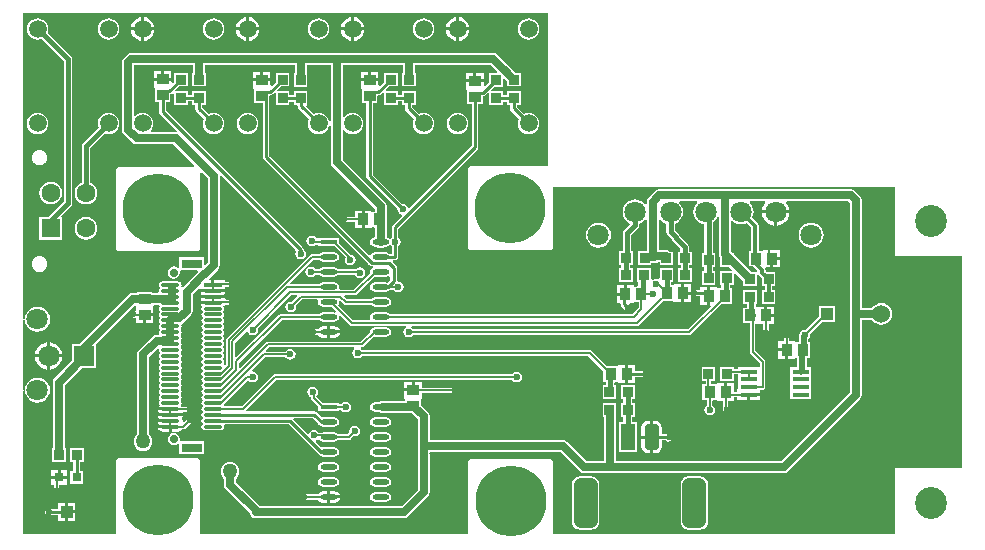
<source format=gtl>
G04*
G04 #@! TF.GenerationSoftware,Altium Limited,Altium Designer,19.1.9 (167)*
G04*
G04 Layer_Physical_Order=1*
G04 Layer_Color=255*
%FSLAX25Y25*%
%MOIN*%
G70*
G01*
G75*
%ADD11C,0.01968*%
%ADD13C,0.01000*%
%ADD17C,0.00606*%
%ADD18C,0.23622*%
%ADD19R,0.07087X0.03150*%
%ADD20O,0.06299X0.01181*%
%ADD21R,0.06299X0.01181*%
%ADD22R,0.03543X0.03937*%
%ADD23R,0.03347X0.03347*%
%ADD24R,0.03347X0.03347*%
%ADD25R,0.03937X0.03543*%
%ADD26R,0.05709X0.01772*%
G04:AMPARAMS|DCode=27|XSize=78.74mil|YSize=165.35mil|CornerRadius=19.68mil|HoleSize=0mil|Usage=FLASHONLY|Rotation=0.000|XOffset=0mil|YOffset=0mil|HoleType=Round|Shape=RoundedRectangle|*
%AMROUNDEDRECTD27*
21,1,0.07874,0.12598,0,0,0.0*
21,1,0.03937,0.16535,0,0,0.0*
1,1,0.03937,0.01968,-0.06299*
1,1,0.03937,-0.01968,-0.06299*
1,1,0.03937,-0.01968,0.06299*
1,1,0.03937,0.01968,0.06299*
%
%ADD27ROUNDEDRECTD27*%
%ADD28R,0.04724X0.08661*%
G04:AMPARAMS|DCode=29|XSize=47.24mil|YSize=86.61mil|CornerRadius=11.81mil|HoleSize=0mil|Usage=FLASHONLY|Rotation=0.000|XOffset=0mil|YOffset=0mil|HoleType=Round|Shape=RoundedRectangle|*
%AMROUNDEDRECTD29*
21,1,0.04724,0.06299,0,0,0.0*
21,1,0.02362,0.08661,0,0,0.0*
1,1,0.02362,0.01181,-0.03150*
1,1,0.02362,-0.01181,-0.03150*
1,1,0.02362,-0.01181,0.03150*
1,1,0.02362,0.01181,0.03150*
%
%ADD29ROUNDEDRECTD29*%
%ADD30R,0.03150X0.03150*%
%ADD31O,0.05709X0.01772*%
%ADD57R,0.03937X0.03937*%
%ADD58C,0.02756*%
%ADD59C,0.01575*%
%ADD60C,0.01181*%
%ADD61C,0.07087*%
%ADD62R,0.07087X0.07087*%
%ADD63C,0.06299*%
%ADD64R,0.06299X0.06299*%
%ADD65C,0.06000*%
%ADD66C,0.02756*%
%ADD67C,0.10630*%
%ADD68C,0.05906*%
%ADD69C,0.05000*%
%ADD70C,0.02362*%
G36*
X176369Y124381D02*
X150961D01*
X150531Y124296D01*
X150168Y124053D01*
X149925Y123689D01*
X149839Y123260D01*
Y97276D01*
X149925Y96846D01*
X150168Y96482D01*
X150531Y96239D01*
X150961Y96154D01*
X176945D01*
X177374Y96239D01*
X177738Y96482D01*
X177981Y96846D01*
X178066Y97276D01*
Y117369D01*
X292095D01*
X292095Y94189D01*
X314369Y94189D01*
Y23811D01*
X292095Y23811D01*
X292095Y1631D01*
X178114D01*
Y25492D01*
X178028Y25921D01*
X177785Y26285D01*
X177421Y26528D01*
X176992Y26614D01*
X151008D01*
X150579Y26528D01*
X150215Y26285D01*
X149972Y25921D01*
X149886Y25492D01*
Y1631D01*
X60614D01*
Y25992D01*
X60528Y26421D01*
X60285Y26785D01*
X59921Y27028D01*
X59492Y27114D01*
X33508D01*
X33079Y27028D01*
X32715Y26785D01*
X32472Y26421D01*
X32386Y25992D01*
Y1631D01*
X1631D01*
Y49465D01*
X2131Y49498D01*
X2172Y49193D01*
X2263Y48501D01*
X2680Y47493D01*
X3344Y46628D01*
X4210Y45963D01*
X5218Y45546D01*
X6299Y45404D01*
X7381Y45546D01*
X8389Y45963D01*
X9254Y46628D01*
X9918Y47493D01*
X10336Y48501D01*
X10478Y49583D01*
X10336Y50664D01*
X9918Y51672D01*
X9254Y52538D01*
X8389Y53202D01*
X7381Y53619D01*
X6299Y53762D01*
X5218Y53619D01*
X4210Y53202D01*
X3344Y52538D01*
X2680Y51672D01*
X2263Y50664D01*
X2172Y49972D01*
X2131Y49667D01*
X1631Y49700D01*
Y73087D01*
X2131Y73120D01*
X2172Y72815D01*
X2263Y72123D01*
X2680Y71115D01*
X3344Y70250D01*
X4210Y69586D01*
X5218Y69168D01*
X6299Y69026D01*
X7381Y69168D01*
X8389Y69586D01*
X9254Y70250D01*
X9918Y71115D01*
X10336Y72123D01*
X10478Y73205D01*
X10336Y74286D01*
X9918Y75294D01*
X9254Y76160D01*
X8389Y76824D01*
X7381Y77241D01*
X6299Y77384D01*
X5218Y77241D01*
X4210Y76824D01*
X3344Y76160D01*
X2680Y75294D01*
X2263Y74286D01*
X2172Y73594D01*
X2131Y73289D01*
X1631Y73322D01*
X1631Y175369D01*
X176369Y175369D01*
Y124381D01*
D02*
G37*
%LPC*%
G36*
X146878Y173921D02*
Y170500D01*
X150299D01*
X150229Y171032D01*
X149831Y171993D01*
X149197Y172819D01*
X148371Y173453D01*
X147410Y173851D01*
X146878Y173921D01*
D02*
G37*
G36*
X111878D02*
Y170500D01*
X115299D01*
X115229Y171032D01*
X114831Y171993D01*
X114197Y172819D01*
X113371Y173453D01*
X112410Y173851D01*
X111878Y173921D01*
D02*
G37*
G36*
X76878D02*
Y170500D01*
X80299D01*
X80229Y171032D01*
X79831Y171993D01*
X79197Y172819D01*
X78371Y173453D01*
X77410Y173851D01*
X76878Y173921D01*
D02*
G37*
G36*
X145878D02*
X145346Y173851D01*
X144385Y173453D01*
X143559Y172819D01*
X142925Y171993D01*
X142527Y171032D01*
X142457Y170500D01*
X145878D01*
Y173921D01*
D02*
G37*
G36*
X110878D02*
X110346Y173851D01*
X109385Y173453D01*
X108559Y172819D01*
X107925Y171993D01*
X107527Y171032D01*
X107457Y170500D01*
X110878D01*
Y173921D01*
D02*
G37*
G36*
X75878D02*
X75346Y173851D01*
X74384Y173453D01*
X73559Y172819D01*
X72925Y171993D01*
X72527Y171032D01*
X72457Y170500D01*
X75878D01*
Y173921D01*
D02*
G37*
G36*
X41878D02*
Y170500D01*
X45299D01*
X45229Y171032D01*
X44831Y171993D01*
X44197Y172819D01*
X43371Y173453D01*
X42410Y173851D01*
X41878Y173921D01*
D02*
G37*
G36*
X40878D02*
X40346Y173851D01*
X39384Y173453D01*
X38559Y172819D01*
X37925Y171993D01*
X37527Y171032D01*
X37457Y170500D01*
X40878D01*
Y173921D01*
D02*
G37*
G36*
X170000Y173583D02*
X169073Y173461D01*
X168208Y173103D01*
X167466Y172534D01*
X166897Y171792D01*
X166539Y170927D01*
X166417Y170000D01*
X166539Y169073D01*
X166897Y168208D01*
X167466Y167466D01*
X168208Y166897D01*
X169073Y166539D01*
X170000Y166417D01*
X170927Y166539D01*
X171792Y166897D01*
X172534Y167466D01*
X173103Y168208D01*
X173461Y169073D01*
X173583Y170000D01*
X173461Y170927D01*
X173103Y171792D01*
X172534Y172534D01*
X171792Y173103D01*
X170927Y173461D01*
X170000Y173583D01*
D02*
G37*
G36*
X135000D02*
X134073Y173461D01*
X133208Y173103D01*
X132466Y172534D01*
X131897Y171792D01*
X131539Y170927D01*
X131417Y170000D01*
X131539Y169073D01*
X131897Y168208D01*
X132466Y167466D01*
X133208Y166897D01*
X134073Y166539D01*
X135000Y166417D01*
X135927Y166539D01*
X136792Y166897D01*
X137534Y167466D01*
X138103Y168208D01*
X138461Y169073D01*
X138583Y170000D01*
X138461Y170927D01*
X138103Y171792D01*
X137534Y172534D01*
X136792Y173103D01*
X135927Y173461D01*
X135000Y173583D01*
D02*
G37*
G36*
X100000D02*
X99073Y173461D01*
X98208Y173103D01*
X97466Y172534D01*
X96897Y171792D01*
X96539Y170927D01*
X96417Y170000D01*
X96539Y169073D01*
X96897Y168208D01*
X97466Y167466D01*
X98208Y166897D01*
X99073Y166539D01*
X100000Y166417D01*
X100927Y166539D01*
X101792Y166897D01*
X102534Y167466D01*
X103103Y168208D01*
X103461Y169073D01*
X103583Y170000D01*
X103461Y170927D01*
X103103Y171792D01*
X102534Y172534D01*
X101792Y173103D01*
X100927Y173461D01*
X100000Y173583D01*
D02*
G37*
G36*
X65000D02*
X64073Y173461D01*
X63208Y173103D01*
X62466Y172534D01*
X61897Y171792D01*
X61539Y170927D01*
X61417Y170000D01*
X61539Y169073D01*
X61897Y168208D01*
X62466Y167466D01*
X63208Y166897D01*
X64073Y166539D01*
X65000Y166417D01*
X65927Y166539D01*
X66792Y166897D01*
X67534Y167466D01*
X68103Y168208D01*
X68461Y169073D01*
X68583Y170000D01*
X68461Y170927D01*
X68103Y171792D01*
X67534Y172534D01*
X66792Y173103D01*
X65927Y173461D01*
X65000Y173583D01*
D02*
G37*
G36*
X30000D02*
X29073Y173461D01*
X28208Y173103D01*
X27466Y172534D01*
X26897Y171792D01*
X26539Y170927D01*
X26417Y170000D01*
X26539Y169073D01*
X26897Y168208D01*
X27466Y167466D01*
X28208Y166897D01*
X29073Y166539D01*
X30000Y166417D01*
X30927Y166539D01*
X31792Y166897D01*
X32534Y167466D01*
X33103Y168208D01*
X33461Y169073D01*
X33583Y170000D01*
X33461Y170927D01*
X33103Y171792D01*
X32534Y172534D01*
X31792Y173103D01*
X30927Y173461D01*
X30000Y173583D01*
D02*
G37*
G36*
X150299Y169500D02*
X146878D01*
Y166079D01*
X147410Y166149D01*
X148371Y166547D01*
X149197Y167181D01*
X149831Y168007D01*
X150229Y168968D01*
X150299Y169500D01*
D02*
G37*
G36*
X115299D02*
X111878D01*
Y166079D01*
X112410Y166149D01*
X113371Y166547D01*
X114197Y167181D01*
X114831Y168007D01*
X115229Y168968D01*
X115299Y169500D01*
D02*
G37*
G36*
X80299D02*
X76878D01*
Y166079D01*
X77410Y166149D01*
X78371Y166547D01*
X79197Y167181D01*
X79831Y168007D01*
X80229Y168968D01*
X80299Y169500D01*
D02*
G37*
G36*
X45299Y169500D02*
X41878D01*
Y166079D01*
X42410Y166149D01*
X43371Y166547D01*
X44197Y167181D01*
X44831Y168007D01*
X45229Y168968D01*
X45299Y169500D01*
D02*
G37*
G36*
X40878D02*
X37457D01*
X37527Y168968D01*
X37925Y168007D01*
X38559Y167181D01*
X39384Y166547D01*
X40346Y166149D01*
X40878Y166079D01*
Y169500D01*
D02*
G37*
G36*
X145878Y169500D02*
X142457D01*
X142527Y168968D01*
X142925Y168007D01*
X143559Y167181D01*
X144385Y166547D01*
X145346Y166149D01*
X145878Y166079D01*
Y169500D01*
D02*
G37*
G36*
X110878D02*
X107457D01*
X107527Y168968D01*
X107925Y168007D01*
X108559Y167181D01*
X109385Y166547D01*
X110346Y166149D01*
X110878Y166079D01*
Y169500D01*
D02*
G37*
G36*
X75878D02*
X72457D01*
X72527Y168968D01*
X72925Y168007D01*
X73559Y167181D01*
X74384Y166547D01*
X75346Y166149D01*
X75878Y166079D01*
Y169500D01*
D02*
G37*
G36*
X50968Y156087D02*
X48500D01*
Y153815D01*
X50968D01*
Y156087D01*
D02*
G37*
G36*
X47500D02*
X45031D01*
Y153815D01*
X47500D01*
Y156087D01*
D02*
G37*
G36*
X83969Y155772D02*
X81500D01*
Y153500D01*
X83969D01*
Y155772D01*
D02*
G37*
G36*
X80500D02*
X78031D01*
Y153500D01*
X80500D01*
Y155772D01*
D02*
G37*
G36*
X158213Y162017D02*
X37614D01*
X36843Y161863D01*
X36188Y161426D01*
X35021Y160259D01*
X34584Y159605D01*
X34431Y158833D01*
Y136462D01*
X34584Y135690D01*
X35021Y135036D01*
X37910Y132147D01*
X38564Y131710D01*
X39336Y131556D01*
X51591D01*
X58572Y124576D01*
X58381Y124114D01*
X33508D01*
X33079Y124028D01*
X32715Y123785D01*
X32472Y123421D01*
X32386Y122992D01*
Y97008D01*
X32472Y96579D01*
X32715Y96215D01*
X33079Y95972D01*
X33508Y95886D01*
X59492D01*
X59921Y95972D01*
X60285Y96215D01*
X60528Y96579D01*
X60614Y97008D01*
Y121881D01*
X61076Y122072D01*
X62983Y120165D01*
Y92030D01*
X62259Y91306D01*
X61797Y91497D01*
Y93939D01*
X53510D01*
Y90565D01*
X53010Y90346D01*
X52520Y90674D01*
X51748Y90828D01*
X50976Y90674D01*
X50322Y90237D01*
X49885Y89583D01*
X49731Y88811D01*
X49885Y88039D01*
X50322Y87385D01*
X50976Y86948D01*
X51748Y86794D01*
X52520Y86948D01*
X53174Y87385D01*
X53611Y88039D01*
X53765Y88811D01*
X53709Y89089D01*
X54120Y89589D01*
X59609D01*
X59801Y89127D01*
X54677Y84003D01*
X54488Y84095D01*
X54264Y84298D01*
X54340Y84677D01*
X54247Y85142D01*
X53984Y85535D01*
X53591Y85799D01*
X53126Y85891D01*
X51632D01*
X51000Y86017D01*
X50368Y85891D01*
X48008D01*
X47543Y85799D01*
X47150Y85535D01*
X46886Y85142D01*
X46794Y84677D01*
X46886Y84212D01*
X47150Y83819D01*
Y83567D01*
X46886Y83173D01*
X46794Y82709D01*
X46832Y82517D01*
X46483Y82017D01*
X44568D01*
Y82372D01*
X39432D01*
Y82017D01*
X38000D01*
X37228Y81863D01*
X36574Y81426D01*
X20364Y65216D01*
X20315Y65143D01*
X17668D01*
Y59251D01*
X11948Y53532D01*
X11511Y52877D01*
X11357Y52106D01*
Y30273D01*
X11101D01*
Y25727D01*
X15647D01*
Y30273D01*
X15391D01*
Y51270D01*
X20977Y56857D01*
X25954D01*
Y65102D01*
X38508Y77656D01*
X39068Y77509D01*
X39076Y77483D01*
X39031Y77457D01*
X39031Y77387D01*
X39031Y77387D01*
Y75978D01*
X38901Y75866D01*
X38532Y75731D01*
X38352Y75851D01*
X38000Y75921D01*
X37648Y75851D01*
X37349Y75651D01*
X37149Y75352D01*
X37079Y75000D01*
X37149Y74648D01*
X37349Y74349D01*
X37664Y74034D01*
X37963Y73834D01*
X38315Y73764D01*
X39031D01*
Y71913D01*
X41500D01*
Y74685D01*
X42000D01*
Y75185D01*
X44969D01*
Y77387D01*
X44969Y77387D01*
Y77457D01*
X44924Y77483D01*
X45064Y77983D01*
X46800D01*
X47030Y77483D01*
X46886Y77268D01*
X46794Y76803D01*
X46886Y76338D01*
X47150Y75945D01*
Y75693D01*
X46886Y75299D01*
X46794Y74835D01*
X46886Y74370D01*
X47150Y73976D01*
Y73724D01*
X46886Y73331D01*
X46794Y72866D01*
X46886Y72401D01*
X47150Y72008D01*
Y71756D01*
X46886Y71362D01*
X46794Y70898D01*
X46886Y70433D01*
X47150Y70039D01*
Y69787D01*
X46886Y69394D01*
X46794Y68929D01*
X46876Y68517D01*
X46855Y68418D01*
X46584Y68017D01*
X46000D01*
X45228Y67863D01*
X44574Y67426D01*
X40074Y62926D01*
X39637Y62272D01*
X39483Y61500D01*
Y34860D01*
X39289Y34711D01*
X38792Y34063D01*
X38480Y33309D01*
X38373Y32500D01*
X38480Y31691D01*
X38792Y30937D01*
X39289Y30289D01*
X39937Y29792D01*
X40691Y29480D01*
X41500Y29373D01*
X42309Y29480D01*
X43063Y29792D01*
X43711Y30289D01*
X44208Y30937D01*
X44520Y31691D01*
X44627Y32500D01*
X44520Y33309D01*
X44208Y34063D01*
X43711Y34711D01*
X43517Y34860D01*
Y60665D01*
X46386Y63534D01*
X46846Y63287D01*
X46794Y63024D01*
X46886Y62559D01*
X47150Y62165D01*
Y61913D01*
X46886Y61520D01*
X46794Y61055D01*
X46886Y60590D01*
X47150Y60197D01*
Y59945D01*
X46886Y59551D01*
X46794Y59087D01*
X46886Y58622D01*
X47150Y58228D01*
Y57976D01*
X46886Y57583D01*
X46794Y57118D01*
X46886Y56653D01*
X47150Y56260D01*
Y56008D01*
X46886Y55614D01*
X46794Y55150D01*
X46886Y54685D01*
X47150Y54291D01*
Y54039D01*
X46886Y53646D01*
X46794Y53181D01*
X46886Y52716D01*
X47150Y52323D01*
Y52071D01*
X46886Y51677D01*
X46794Y51213D01*
X46886Y50748D01*
X47150Y50354D01*
Y50102D01*
X46886Y49709D01*
X46794Y49244D01*
X46886Y48780D01*
X47150Y48386D01*
Y48134D01*
X46886Y47740D01*
X46794Y47276D01*
X46886Y46811D01*
X47150Y46417D01*
Y46165D01*
X46886Y45772D01*
X46794Y45307D01*
X46886Y44842D01*
X47044Y44607D01*
X46861Y44485D01*
X46510Y43959D01*
X46486Y43839D01*
X50567D01*
Y42839D01*
X46486D01*
X46510Y42718D01*
X46753Y42354D01*
X46510Y41991D01*
X46486Y41870D01*
X54699D01*
X54968Y42308D01*
X56410D01*
X56648Y42149D01*
X57000Y42079D01*
X57352Y42149D01*
X57651Y42349D01*
X57851Y42648D01*
X57921Y43000D01*
X57851Y43352D01*
X57651Y43651D01*
X57423Y43880D01*
X57124Y44079D01*
X56771Y44149D01*
X54497D01*
X54273Y44485D01*
X54090Y44607D01*
X54247Y44842D01*
X54340Y45307D01*
X54247Y45772D01*
X53984Y46165D01*
Y46417D01*
X54247Y46811D01*
X54340Y47276D01*
X54247Y47740D01*
X53984Y48134D01*
Y48386D01*
X54247Y48780D01*
X54340Y49244D01*
X54247Y49709D01*
X53984Y50102D01*
Y50354D01*
X54247Y50748D01*
X54340Y51213D01*
X54247Y51677D01*
X53984Y52071D01*
Y52323D01*
X54247Y52716D01*
X54340Y53181D01*
X54247Y53646D01*
X53984Y54039D01*
Y54291D01*
X54247Y54685D01*
X54340Y55150D01*
X54247Y55614D01*
X53984Y56008D01*
Y56260D01*
X54247Y56653D01*
X54340Y57118D01*
X54247Y57583D01*
X53984Y57976D01*
Y58228D01*
X54247Y58622D01*
X54340Y59087D01*
X54247Y59551D01*
X53984Y59945D01*
Y60197D01*
X54247Y60590D01*
X54340Y61055D01*
X54247Y61520D01*
X53984Y61913D01*
Y62165D01*
X54247Y62559D01*
X54340Y63024D01*
X54247Y63488D01*
X53984Y63882D01*
Y64134D01*
X54247Y64527D01*
X54340Y64992D01*
X54247Y65457D01*
X53984Y65850D01*
Y66102D01*
X54247Y66496D01*
X54340Y66961D01*
X54247Y67425D01*
X53984Y67819D01*
Y68071D01*
X54247Y68464D01*
X54340Y68929D01*
X54247Y69394D01*
X53984Y69787D01*
Y70039D01*
X54247Y70433D01*
X54340Y70898D01*
X54268Y71258D01*
X54381Y71790D01*
X55035Y72228D01*
X57426Y74619D01*
X57863Y75273D01*
X58017Y76045D01*
Y81639D01*
X60129Y83751D01*
X60590Y83560D01*
Y83209D01*
X68890D01*
Y83918D01*
X70838D01*
X71191Y83988D01*
X71490Y84187D01*
X71651Y84349D01*
X71851Y84648D01*
X71921Y85000D01*
X71851Y85352D01*
X71651Y85651D01*
X71352Y85851D01*
X71000Y85921D01*
X70648Y85851D01*
X70511Y85759D01*
X68890D01*
Y86268D01*
X65240D01*
Y84677D01*
X64240D01*
Y86268D01*
X63568D01*
X63416Y86768D01*
X63442Y86785D01*
X66426Y89769D01*
X66863Y90423D01*
X67017Y91195D01*
Y121000D01*
X67004Y121062D01*
X67465Y121308D01*
X92625Y96148D01*
X92322Y95695D01*
X92184Y95000D01*
X92322Y94305D01*
X92716Y93716D01*
X93305Y93322D01*
X94000Y93184D01*
X94695Y93322D01*
X95284Y93716D01*
X95678Y94305D01*
X95816Y95000D01*
X95678Y95695D01*
X95284Y96284D01*
X95114Y96398D01*
X95036Y96789D01*
X94793Y97152D01*
X94793Y97152D01*
X49122Y142824D01*
Y145628D01*
X50568D01*
Y148220D01*
X50646Y148235D01*
X51010Y148479D01*
X51312Y148781D01*
X51774Y148590D01*
Y144727D01*
X56321D01*
Y145878D01*
X57774D01*
Y144727D01*
X58926D01*
Y143457D01*
X58926Y143457D01*
X59011Y143027D01*
X59254Y142664D01*
X61816Y140102D01*
X61539Y139431D01*
X61417Y138504D01*
X61539Y137576D01*
X61897Y136712D01*
X62466Y135970D01*
X63208Y135401D01*
X64073Y135043D01*
X65000Y134921D01*
X65927Y135043D01*
X66792Y135401D01*
X67534Y135970D01*
X68103Y136712D01*
X68461Y137576D01*
X68583Y138504D01*
X68461Y139431D01*
X68103Y140296D01*
X67534Y141038D01*
X66792Y141607D01*
X65927Y141965D01*
X65000Y142087D01*
X64073Y141965D01*
X63402Y141688D01*
X61169Y143921D01*
Y144727D01*
X62321D01*
Y149273D01*
X57774D01*
Y148122D01*
X56321D01*
Y149273D01*
X52457D01*
X52266Y149735D01*
X53360Y150829D01*
X56321D01*
Y155376D01*
X51774D01*
Y152415D01*
X51430Y152072D01*
X50968Y152263D01*
Y152815D01*
X48000D01*
X45031D01*
Y150543D01*
X45432Y150372D01*
Y145628D01*
X46878D01*
Y142359D01*
X46878Y142359D01*
X46964Y141930D01*
X47207Y141566D01*
X52735Y136038D01*
X52488Y135578D01*
X52427Y135590D01*
X44177D01*
X44004Y136090D01*
X44481Y136712D01*
X44839Y137576D01*
X44961Y138504D01*
X44839Y139431D01*
X44481Y140296D01*
X43912Y141038D01*
X43170Y141607D01*
X42305Y141965D01*
X41378Y142087D01*
X40451Y141965D01*
X39586Y141607D01*
X38964Y141130D01*
X38464Y141303D01*
Y157983D01*
X57983D01*
Y155376D01*
X57774D01*
Y150829D01*
X62321D01*
Y155376D01*
X62017D01*
Y157983D01*
X91983D01*
Y155273D01*
X91727D01*
Y150727D01*
X96273D01*
Y155273D01*
X96017D01*
Y157983D01*
X103983D01*
Y139297D01*
X103483Y139264D01*
X103461Y139431D01*
X103103Y140296D01*
X102534Y141038D01*
X101792Y141607D01*
X100927Y141965D01*
X100000Y142087D01*
X99073Y141965D01*
X98402Y141688D01*
X95928Y144162D01*
X96119Y144624D01*
X96273D01*
Y149171D01*
X91727D01*
Y148019D01*
X90273D01*
Y149273D01*
X86410D01*
X86219Y149735D01*
X87313Y150829D01*
X90273D01*
Y155376D01*
X85727D01*
Y152415D01*
X84430Y151119D01*
X83969Y151310D01*
Y152500D01*
X81000D01*
X78031D01*
Y150228D01*
X78431Y150057D01*
Y145313D01*
X81347D01*
Y127306D01*
X81347Y127305D01*
X81432Y126876D01*
X81675Y126513D01*
X116966Y91221D01*
X116966Y91221D01*
X117330Y90978D01*
X117760Y90893D01*
X118029D01*
X118113Y90400D01*
X117622Y90071D01*
X117294Y89580D01*
X117178Y89000D01*
X117264Y88567D01*
X111825Y83127D01*
X107067D01*
X106748Y83627D01*
X106822Y84000D01*
X106707Y84580D01*
X106379Y85071D01*
X105887Y85400D01*
X105307Y85515D01*
X101370D01*
X100791Y85400D01*
X100299Y85071D01*
X100199Y84921D01*
X90585D01*
X90393Y85383D01*
X98090Y93080D01*
X100199D01*
X100299Y92929D01*
X100791Y92601D01*
X101370Y92485D01*
X105307D01*
X105887Y92601D01*
X106379Y92929D01*
X106707Y93421D01*
X106822Y94000D01*
X106707Y94580D01*
X106379Y95072D01*
X105887Y95400D01*
X105307Y95515D01*
X101370D01*
X100791Y95400D01*
X100299Y95072D01*
X100199Y94921D01*
X97708D01*
X97356Y94851D01*
X97057Y94651D01*
X69396Y66990D01*
X69196Y66691D01*
X69126Y66338D01*
Y58218D01*
X68943Y58047D01*
X68371Y58163D01*
X68278Y58409D01*
X68421Y58622D01*
X68513Y59087D01*
X68421Y59551D01*
X68158Y59945D01*
Y60197D01*
X68421Y60590D01*
X68513Y61055D01*
X68421Y61520D01*
X68158Y61913D01*
Y62165D01*
X68421Y62559D01*
X68513Y63024D01*
X68421Y63488D01*
X68158Y63882D01*
Y64134D01*
X68421Y64527D01*
X68513Y64992D01*
X68421Y65457D01*
X68158Y65850D01*
Y66102D01*
X68421Y66496D01*
X68513Y66961D01*
X68421Y67425D01*
X68158Y67819D01*
Y68071D01*
X68421Y68464D01*
X68513Y68929D01*
X68421Y69394D01*
X68158Y69787D01*
Y70039D01*
X68421Y70433D01*
X68513Y70898D01*
X68421Y71362D01*
X68158Y71756D01*
Y72008D01*
X68421Y72401D01*
X68513Y72866D01*
X68421Y73331D01*
X68158Y73724D01*
Y73976D01*
X68421Y74370D01*
X68513Y74835D01*
X68421Y75299D01*
X68158Y75693D01*
Y75945D01*
X68421Y76338D01*
X68513Y76803D01*
X68421Y77268D01*
X68263Y77503D01*
X68446Y77625D01*
X68670Y77961D01*
X70882D01*
X71234Y78031D01*
X71533Y78230D01*
X71651Y78349D01*
X71851Y78648D01*
X71921Y79000D01*
X71851Y79352D01*
X71651Y79651D01*
X71352Y79851D01*
X71000Y79921D01*
X70648Y79851D01*
X70575Y79802D01*
X69141D01*
X68872Y80240D01*
X60659D01*
X60683Y80120D01*
X60926Y79756D01*
X60683Y79392D01*
X60659Y79272D01*
X64740D01*
Y78272D01*
X60659D01*
X60683Y78151D01*
X61034Y77625D01*
X61217Y77503D01*
X61060Y77268D01*
X60967Y76803D01*
X61060Y76338D01*
X61323Y75945D01*
Y75693D01*
X61060Y75299D01*
X60967Y74835D01*
X61060Y74370D01*
X61323Y73976D01*
Y73724D01*
X61060Y73331D01*
X60967Y72866D01*
X61060Y72401D01*
X61323Y72008D01*
Y71756D01*
X61060Y71362D01*
X60967Y70898D01*
X61060Y70433D01*
X61323Y70039D01*
Y69787D01*
X61060Y69394D01*
X60967Y68929D01*
X61060Y68464D01*
X61323Y68071D01*
Y67819D01*
X61060Y67425D01*
X60967Y66961D01*
X61060Y66496D01*
X61323Y66102D01*
Y65850D01*
X61060Y65457D01*
X60967Y64992D01*
X61060Y64527D01*
X61323Y64134D01*
Y63882D01*
X61060Y63488D01*
X60967Y63024D01*
X61060Y62559D01*
X61323Y62165D01*
Y61913D01*
X61060Y61520D01*
X60967Y61055D01*
X61060Y60590D01*
X61323Y60197D01*
Y59945D01*
X61060Y59551D01*
X60967Y59087D01*
X61060Y58622D01*
X61323Y58228D01*
Y57976D01*
X61060Y57583D01*
X60967Y57118D01*
X61060Y56653D01*
X61323Y56260D01*
Y56008D01*
X61060Y55614D01*
X60967Y55150D01*
X61060Y54685D01*
X61323Y54291D01*
Y54039D01*
X61060Y53646D01*
X60967Y53181D01*
X61060Y52716D01*
X61323Y52323D01*
Y52071D01*
X61060Y51677D01*
X60967Y51213D01*
X61060Y50748D01*
X61323Y50354D01*
Y50102D01*
X61060Y49709D01*
X60967Y49244D01*
X61060Y48780D01*
X61323Y48386D01*
Y48134D01*
X61060Y47740D01*
X60967Y47276D01*
X61060Y46811D01*
X61323Y46417D01*
Y46165D01*
X61060Y45772D01*
X60967Y45307D01*
X61060Y44842D01*
X61323Y44449D01*
Y44197D01*
X61060Y43803D01*
X60967Y43339D01*
X61060Y42874D01*
X61323Y42480D01*
Y42228D01*
X61060Y41835D01*
X60967Y41370D01*
X61060Y40905D01*
X61323Y40512D01*
Y40260D01*
X61060Y39866D01*
X60967Y39402D01*
X61060Y38937D01*
X61323Y38543D01*
Y38291D01*
X61060Y37898D01*
X60967Y37433D01*
X61060Y36968D01*
X61323Y36575D01*
X61717Y36312D01*
X62181Y36219D01*
X67299D01*
X67764Y36312D01*
X68158Y36575D01*
X68421Y36968D01*
X68513Y37433D01*
X68444Y37780D01*
X68721Y38280D01*
X89908D01*
X99981Y28207D01*
X99981Y28207D01*
X100220Y28047D01*
X100299Y27929D01*
X100791Y27601D01*
X101370Y27485D01*
X105307D01*
X105887Y27601D01*
X106379Y27929D01*
X106707Y28421D01*
X106822Y29000D01*
X106707Y29580D01*
X106379Y30071D01*
X105887Y30400D01*
X105307Y30515D01*
X101370D01*
X100932Y30428D01*
X99022Y32338D01*
X99150Y32759D01*
X99225Y32842D01*
X99592Y33088D01*
X100160Y33047D01*
X100247Y33008D01*
X100299Y32929D01*
X100791Y32601D01*
X101370Y32485D01*
X105307D01*
X105887Y32601D01*
X106379Y32929D01*
X106479Y33079D01*
X110000D01*
X110353Y33150D01*
X110651Y33349D01*
X111572Y34269D01*
X112000Y34184D01*
X112695Y34322D01*
X113284Y34716D01*
X113678Y35305D01*
X113816Y36000D01*
X113678Y36695D01*
X113284Y37284D01*
X112695Y37678D01*
X112000Y37816D01*
X111305Y37678D01*
X110716Y37284D01*
X110322Y36695D01*
X110184Y36000D01*
X110269Y35572D01*
X109619Y34921D01*
X106479D01*
X106379Y35072D01*
X105887Y35400D01*
X105307Y35515D01*
X101370D01*
X101090Y35460D01*
X100001D01*
X99784Y35784D01*
X99195Y36178D01*
X98500Y36316D01*
X97805Y36178D01*
X97216Y35784D01*
X96842Y35225D01*
X96759Y35149D01*
X96338Y35022D01*
X91612Y39748D01*
X91819Y40249D01*
X98165D01*
X99965Y38449D01*
X99971Y38421D01*
X100299Y37929D01*
X100791Y37601D01*
X101370Y37485D01*
X105307D01*
X105887Y37601D01*
X106379Y37929D01*
X106707Y38421D01*
X106822Y39000D01*
X106707Y39580D01*
X106379Y40071D01*
X105887Y40400D01*
X105307Y40515D01*
X101370D01*
X101121Y40466D01*
X99423Y42163D01*
X99059Y42406D01*
X98630Y42492D01*
X98630Y42492D01*
X76001D01*
X75794Y42992D01*
X85881Y53079D01*
X164473D01*
X164716Y52716D01*
X165305Y52322D01*
X166000Y52184D01*
X166695Y52322D01*
X167284Y52716D01*
X167678Y53305D01*
X167816Y54000D01*
X167678Y54695D01*
X167284Y55284D01*
X166695Y55678D01*
X166000Y55816D01*
X165305Y55678D01*
X164716Y55284D01*
X164473Y54921D01*
X85500D01*
X85148Y54851D01*
X84849Y54651D01*
X74457Y44259D01*
X68632D01*
X68365Y44759D01*
X68421Y44842D01*
X68455Y45017D01*
X76212Y52774D01*
X76710Y52725D01*
X76716Y52716D01*
X77305Y52322D01*
X78000Y52184D01*
X78695Y52322D01*
X79284Y52716D01*
X79678Y53305D01*
X79816Y54000D01*
X79678Y54695D01*
X79284Y55284D01*
X78695Y55678D01*
X78000Y55816D01*
X77991Y55814D01*
X77745Y56275D01*
X82091Y60621D01*
X88945D01*
X89216Y60216D01*
X89805Y59822D01*
X90500Y59684D01*
X91195Y59822D01*
X91784Y60216D01*
X92178Y60805D01*
X92316Y61500D01*
X92178Y62195D01*
X91784Y62784D01*
X91195Y63178D01*
X90500Y63316D01*
X89805Y63178D01*
X89216Y62784D01*
X89001Y62463D01*
X82617D01*
X82426Y62924D01*
X83455Y63954D01*
X111819D01*
X111970Y63454D01*
X111716Y63284D01*
X111322Y62695D01*
X111184Y62000D01*
X111322Y61305D01*
X111716Y60716D01*
X112305Y60322D01*
X113000Y60184D01*
X113695Y60322D01*
X114284Y60716D01*
X114527Y61079D01*
X189961D01*
X194971Y56069D01*
Y52431D01*
X195731D01*
Y51273D01*
X194676D01*
Y46727D01*
X199222D01*
Y51273D01*
X198560D01*
Y52078D01*
X198914Y52431D01*
X199644Y52431D01*
X199886Y52031D01*
X199956Y52031D01*
X199956Y52031D01*
X202157D01*
Y55000D01*
Y57968D01*
X199956D01*
X199956Y57968D01*
X199886D01*
X199644Y57569D01*
X199386Y57569D01*
X196076D01*
X190994Y62651D01*
X190695Y62851D01*
X190342Y62921D01*
X114527D01*
X114284Y63284D01*
X114030Y63454D01*
X114181Y63954D01*
X114568D01*
X114920Y64024D01*
X115219Y64224D01*
X118516Y67521D01*
X118693Y67485D01*
X122630D01*
X123210Y67601D01*
X123701Y67929D01*
X124030Y68421D01*
X124145Y69000D01*
X124030Y69580D01*
X123701Y70072D01*
X123210Y70400D01*
X122630Y70515D01*
X118693D01*
X118114Y70400D01*
X117622Y70072D01*
X117294Y69580D01*
X117178Y69000D01*
X117214Y68823D01*
X114187Y65796D01*
X83074D01*
X82722Y65726D01*
X82423Y65526D01*
X73917Y57020D01*
X73455Y57212D01*
Y58782D01*
X87752Y73080D01*
X100199D01*
X100299Y72929D01*
X100791Y72601D01*
X101370Y72485D01*
X105307D01*
X105887Y72601D01*
X106379Y72929D01*
X106707Y73421D01*
X106822Y74000D01*
X106781Y74210D01*
X107241Y74456D01*
X110349Y71349D01*
X110648Y71149D01*
X111000Y71079D01*
X129006D01*
X129157Y70579D01*
X128716Y70284D01*
X128322Y69695D01*
X128184Y69000D01*
X128322Y68305D01*
X128716Y67716D01*
X129305Y67322D01*
X130000Y67184D01*
X130695Y67322D01*
X131284Y67716D01*
X131527Y68079D01*
X223512D01*
X223864Y68149D01*
X224163Y68349D01*
X234246Y78431D01*
X237687D01*
Y83569D01*
X237123D01*
Y84727D01*
X238376D01*
Y88591D01*
X238838Y88783D01*
X241624Y85996D01*
Y84302D01*
X246171D01*
Y88059D01*
X246634Y88314D01*
X246671Y88308D01*
X246914Y87944D01*
X247727Y87131D01*
Y84302D01*
X248786D01*
Y82848D01*
X247727D01*
Y78302D01*
X252273D01*
Y82848D01*
X251214D01*
Y84302D01*
X252273D01*
Y88848D01*
X249443D01*
X248986Y89305D01*
Y89716D01*
X248986Y89716D01*
X248928Y90011D01*
X249229Y90511D01*
X250508D01*
Y93479D01*
X251008D01*
Y93979D01*
X253779D01*
Y96448D01*
X250921D01*
Y97465D01*
X250851Y97817D01*
X250651Y98116D01*
X250352Y98315D01*
X250000Y98385D01*
X249648Y98315D01*
X249349Y98116D01*
X249149Y97817D01*
X249079Y97465D01*
Y96448D01*
X248236D01*
X248064Y96048D01*
X246714D01*
Y104433D01*
X246621Y104898D01*
X246358Y105291D01*
X246358Y105291D01*
X244607Y107043D01*
X244970Y107918D01*
X245112Y109000D01*
X244970Y110082D01*
X244552Y111090D01*
X243888Y111955D01*
X243789Y112031D01*
X243950Y112505D01*
X248683D01*
X248929Y112005D01*
X248382Y111291D01*
X247924Y110186D01*
X247834Y109500D01*
X252350D01*
X256867D01*
X256777Y110186D01*
X256319Y111291D01*
X255772Y112005D01*
X256018Y112505D01*
X276529D01*
X276983Y112050D01*
Y75000D01*
Y48835D01*
X254165Y26017D01*
X199017D01*
Y40727D01*
X199222D01*
Y45273D01*
X194676D01*
Y40727D01*
X194983D01*
Y26017D01*
X189335D01*
X182926Y32426D01*
X182272Y32863D01*
X181500Y33017D01*
X137017D01*
Y40843D01*
X136863Y41614D01*
X136426Y42268D01*
X134069Y44626D01*
X134069Y46644D01*
X134468Y46886D01*
X134468Y46956D01*
X134468Y46956D01*
Y48579D01*
X145500D01*
X145852Y48649D01*
X146151Y48849D01*
X146351Y49148D01*
X146421Y49500D01*
X146351Y49852D01*
X146151Y50151D01*
X145852Y50351D01*
X145500Y50421D01*
X134468D01*
Y52429D01*
X132000D01*
Y49657D01*
X131500D01*
Y49158D01*
X128532D01*
Y46956D01*
X128532Y46956D01*
Y46886D01*
X128710Y46778D01*
X128764Y46203D01*
X128578Y46017D01*
X121500D01*
X120728Y45863D01*
X120208Y45515D01*
X118693D01*
X118114Y45400D01*
X117622Y45072D01*
X117294Y44580D01*
X117178Y44000D01*
X117294Y43421D01*
X117622Y42929D01*
X118114Y42601D01*
X118693Y42485D01*
X120207D01*
X120728Y42137D01*
X121500Y41983D01*
X128931D01*
Y41971D01*
X131020D01*
X132983Y40007D01*
Y29000D01*
X133083Y28500D01*
X132983Y28000D01*
Y16335D01*
X127665Y11017D01*
X80335D01*
X72517Y18835D01*
Y20140D01*
X72711Y20289D01*
X73208Y20937D01*
X73520Y21691D01*
X73627Y22500D01*
X73520Y23309D01*
X73208Y24063D01*
X72711Y24711D01*
X72063Y25208D01*
X71309Y25520D01*
X70500Y25627D01*
X69691Y25520D01*
X68937Y25208D01*
X68289Y24711D01*
X67792Y24063D01*
X67480Y23309D01*
X67373Y22500D01*
X67480Y21691D01*
X67792Y20937D01*
X68289Y20289D01*
X68483Y20140D01*
Y18000D01*
X68637Y17228D01*
X69074Y16574D01*
X77067Y8581D01*
X77137Y8228D01*
X77574Y7574D01*
X78228Y7137D01*
X79000Y6983D01*
X128500D01*
X129272Y7137D01*
X129926Y7574D01*
X136426Y14074D01*
X136863Y14728D01*
X137017Y15500D01*
Y28000D01*
X136917Y28500D01*
X137013Y28983D01*
X180665D01*
X187074Y22574D01*
X187728Y22137D01*
X188500Y21983D01*
X255000D01*
X255772Y22137D01*
X256426Y22574D01*
X280426Y46574D01*
X280863Y47228D01*
X281017Y48000D01*
Y72983D01*
X284510D01*
X284932Y72432D01*
X285684Y71855D01*
X286560Y71493D01*
X287500Y71369D01*
X288440Y71493D01*
X289316Y71855D01*
X290068Y72432D01*
X290645Y73185D01*
X291007Y74060D01*
X291131Y75000D01*
X291007Y75940D01*
X290645Y76815D01*
X290068Y77568D01*
X289316Y78145D01*
X288440Y78507D01*
X287500Y78631D01*
X286560Y78507D01*
X285684Y78145D01*
X284932Y77568D01*
X284510Y77017D01*
X281017D01*
Y112886D01*
X280863Y113657D01*
X280426Y114312D01*
X278854Y115883D01*
X278812Y115947D01*
X278157Y116384D01*
X277386Y116538D01*
X213521D01*
X212750Y116384D01*
X212095Y115947D01*
X209999Y113851D01*
X209562Y113197D01*
X209408Y112425D01*
Y111534D01*
X208909Y111364D01*
X208455Y111955D01*
X207590Y112619D01*
X206582Y113037D01*
X205500Y113179D01*
X204418Y113037D01*
X203411Y112619D01*
X202545Y111955D01*
X201881Y111090D01*
X201463Y110082D01*
X201321Y109000D01*
X201463Y107918D01*
X201881Y106911D01*
X202545Y106045D01*
X203411Y105381D01*
X203596Y105304D01*
X203714Y104714D01*
X201858Y102858D01*
X201551Y102400D01*
X201444Y101858D01*
Y95848D01*
X200302D01*
Y91302D01*
X200959D01*
Y90273D01*
X200176D01*
Y85727D01*
X204722D01*
Y90273D01*
X203789D01*
Y91302D01*
X204848D01*
Y95848D01*
X204273D01*
Y101272D01*
X206500Y103500D01*
X206807Y103959D01*
X206915Y104500D01*
Y105101D01*
X207590Y105381D01*
X208455Y106045D01*
X208909Y106636D01*
X209408Y106466D01*
Y95887D01*
X208972D01*
X208778Y95848D01*
X206404D01*
Y91302D01*
X210950D01*
Y91853D01*
X211894D01*
X212666Y92007D01*
X213072Y92279D01*
X213676D01*
Y91227D01*
X218222D01*
Y95773D01*
X217053D01*
X216476Y96158D01*
X215705Y96312D01*
X213442D01*
Y106415D01*
X213942Y106585D01*
X214356Y106045D01*
X215222Y105381D01*
X215897Y105101D01*
Y102189D01*
X216004Y101648D01*
X216311Y101189D01*
X217928Y99571D01*
X218000Y99464D01*
X220585Y96879D01*
Y95773D01*
X219778D01*
Y91227D01*
X220688D01*
Y90273D01*
X219829D01*
Y85727D01*
X224376D01*
Y90273D01*
X223517D01*
Y91227D01*
X224324D01*
Y95773D01*
X223415D01*
Y97465D01*
X223307Y98006D01*
X223000Y98465D01*
X220072Y101393D01*
X220000Y101500D01*
X218726Y102775D01*
Y105101D01*
X219401Y105381D01*
X220266Y106045D01*
X220930Y106911D01*
X221348Y107918D01*
X221490Y109000D01*
X221348Y110082D01*
X220930Y111090D01*
X220266Y111955D01*
X220167Y112031D01*
X220328Y112505D01*
X226105D01*
X226266Y112031D01*
X226167Y111955D01*
X225503Y111090D01*
X225085Y110082D01*
X224943Y109000D01*
X225085Y107918D01*
X225503Y106911D01*
X226167Y106045D01*
X227032Y105381D01*
X228040Y104963D01*
X228585Y104892D01*
Y95273D01*
X227727D01*
Y90727D01*
X228585D01*
Y89273D01*
X227727D01*
Y84727D01*
X232273D01*
Y89273D01*
X231415D01*
Y90727D01*
X232273D01*
Y95273D01*
X231415D01*
Y105537D01*
X232077Y106045D01*
X232741Y106911D01*
X232895Y107282D01*
X233395Y107183D01*
Y95061D01*
X233549Y94289D01*
X233829Y93869D01*
Y90727D01*
X236894D01*
X237885Y89735D01*
X237694Y89273D01*
X233829D01*
Y84727D01*
X234294D01*
Y83569D01*
X232943D01*
X232772Y83969D01*
X230500D01*
Y81000D01*
Y78031D01*
X230588D01*
X230779Y77570D01*
X223130Y69921D01*
X131527D01*
X131284Y70284D01*
X130842Y70579D01*
X130994Y71079D01*
X206000Y71079D01*
X206352Y71149D01*
X206651Y71349D01*
X214734Y79431D01*
X218302Y79431D01*
X218543Y79031D01*
X218613Y79031D01*
X218613Y79031D01*
X220815D01*
Y82000D01*
Y84969D01*
X218613D01*
X218613Y84969D01*
X218543D01*
X218302Y84569D01*
X218043Y84569D01*
X217415D01*
Y85727D01*
X218273D01*
Y90273D01*
X213727D01*
Y86853D01*
X213286Y86617D01*
X213195Y86678D01*
X212500Y86816D01*
X211805Y86678D01*
X211324Y86357D01*
X210944Y86488D01*
X210824Y86578D01*
Y90273D01*
X206278D01*
Y85727D01*
X206611D01*
Y84497D01*
X206258Y84143D01*
X205273Y84143D01*
X205031Y84543D01*
X204962Y84543D01*
X204962Y84543D01*
X202760D01*
Y81575D01*
X202260D01*
Y81075D01*
X199488D01*
Y78606D01*
X200526D01*
X200817Y78211D01*
X200903Y77781D01*
X201146Y77418D01*
X202207Y76357D01*
X202571Y76113D01*
X203000Y76028D01*
X203429Y76113D01*
X203793Y76357D01*
X204036Y76720D01*
X204122Y77150D01*
X204036Y77579D01*
X203793Y77943D01*
X203591Y78144D01*
X203783Y78606D01*
X204962D01*
X204962Y78606D01*
X205031D01*
X205273Y79006D01*
X205532Y79006D01*
X206654D01*
Y76956D01*
X204619Y74921D01*
X123802Y74921D01*
X123701Y75072D01*
X123210Y75400D01*
X122630Y75515D01*
X118693D01*
X118114Y75400D01*
X117622Y75072D01*
X117294Y74580D01*
X117178Y74000D01*
X117294Y73421D01*
X117026Y72921D01*
X111381D01*
X106378Y77924D01*
X106379Y77929D01*
X106707Y78421D01*
X106822Y79000D01*
X106781Y79210D01*
X107241Y79456D01*
X108349Y78349D01*
X108647Y78150D01*
X109000Y78079D01*
X117522D01*
X117622Y77929D01*
X118114Y77601D01*
X118693Y77485D01*
X122630D01*
X123210Y77601D01*
X123701Y77929D01*
X124030Y78421D01*
X124145Y79000D01*
X124030Y79580D01*
X123701Y80072D01*
X123210Y80400D01*
X122630Y80515D01*
X118693D01*
X118114Y80400D01*
X117622Y80072D01*
X117522Y79921D01*
X109381D01*
X108479Y80823D01*
X108670Y81286D01*
X112206D01*
X112559Y81356D01*
X112857Y81555D01*
X118788Y87485D01*
X122630D01*
X123210Y87601D01*
X123378Y87713D01*
X123878Y87446D01*
Y86465D01*
X122880Y85466D01*
X122630Y85515D01*
X118693D01*
X118114Y85400D01*
X117622Y85071D01*
X117294Y84580D01*
X117178Y84000D01*
X117294Y83421D01*
X117622Y82929D01*
X118114Y82601D01*
X118693Y82485D01*
X122630D01*
X123210Y82601D01*
X123701Y82929D01*
X123802Y83079D01*
X125040D01*
X125283Y82716D01*
X125872Y82322D01*
X126567Y82184D01*
X127262Y82322D01*
X127851Y82716D01*
X128245Y83305D01*
X128383Y84000D01*
X128245Y84695D01*
X127851Y85284D01*
X127262Y85678D01*
X126567Y85816D01*
X126543Y85811D01*
X126122Y86237D01*
Y90467D01*
X126122Y90467D01*
X126036Y90896D01*
X125793Y91260D01*
X125793Y91260D01*
X124675Y92379D01*
X124882Y92879D01*
X125500D01*
X125929Y92964D01*
X126293Y93207D01*
X126536Y93571D01*
X126622Y94000D01*
Y97607D01*
X126784Y97716D01*
X127178Y98305D01*
X127316Y99000D01*
X127178Y99695D01*
X126784Y100284D01*
X126622Y100393D01*
Y103482D01*
X152903Y129764D01*
X152903Y129764D01*
X153146Y130128D01*
X153232Y130557D01*
X153232Y130557D01*
Y144971D01*
X154679D01*
Y147012D01*
X154724Y147493D01*
X155154Y147578D01*
X155517Y147821D01*
X156375Y148679D01*
X156837Y148487D01*
Y144624D01*
X161383D01*
Y145776D01*
X162837D01*
Y144727D01*
X163878D01*
Y143504D01*
X163878Y143504D01*
X163964Y143075D01*
X164207Y142711D01*
X166816Y140102D01*
X166539Y139431D01*
X166417Y138504D01*
X166539Y137576D01*
X166897Y136712D01*
X167466Y135970D01*
X168208Y135401D01*
X169073Y135043D01*
X170000Y134921D01*
X170927Y135043D01*
X171792Y135401D01*
X172534Y135970D01*
X173103Y136712D01*
X173461Y137576D01*
X173583Y138504D01*
X173461Y139431D01*
X173103Y140296D01*
X172534Y141038D01*
X171792Y141607D01*
X170927Y141965D01*
X170000Y142087D01*
X169073Y141965D01*
X168402Y141688D01*
X166122Y143968D01*
Y144727D01*
X167384D01*
Y149273D01*
X162837D01*
Y148019D01*
X161383D01*
Y149171D01*
X157520D01*
X157329Y149633D01*
X158423Y150727D01*
X161383D01*
Y153324D01*
X161845Y153515D01*
X162837Y152524D01*
Y150829D01*
X167384D01*
Y155376D01*
X165689D01*
X164271Y156794D01*
X164187Y156919D01*
X162553Y158553D01*
X162428Y158636D01*
X159639Y161426D01*
X158984Y161863D01*
X158213Y162017D01*
D02*
G37*
G36*
X76378Y142087D02*
X75450Y141965D01*
X74586Y141607D01*
X73844Y141038D01*
X73275Y140296D01*
X72917Y139431D01*
X72795Y138504D01*
X72917Y137576D01*
X73275Y136712D01*
X73844Y135970D01*
X74586Y135401D01*
X75450Y135043D01*
X76378Y134921D01*
X77305Y135043D01*
X78170Y135401D01*
X78912Y135970D01*
X79481Y136712D01*
X79839Y137576D01*
X79961Y138504D01*
X79839Y139431D01*
X79481Y140296D01*
X78912Y141038D01*
X78170Y141607D01*
X77305Y141965D01*
X76378Y142087D01*
D02*
G37*
G36*
X30000D02*
X29073Y141965D01*
X28208Y141607D01*
X27466Y141038D01*
X26897Y140296D01*
X26539Y139431D01*
X26417Y138504D01*
X26539Y137576D01*
X26695Y137199D01*
X21500Y132004D01*
X21193Y131545D01*
X21085Y131004D01*
Y118784D01*
X20609Y118586D01*
X19826Y117985D01*
X19225Y117202D01*
X18847Y116290D01*
X18718Y115311D01*
X18847Y114332D01*
X19225Y113420D01*
X19826Y112637D01*
X20609Y112036D01*
X21521Y111658D01*
X22500Y111529D01*
X23479Y111658D01*
X24391Y112036D01*
X25174Y112637D01*
X25775Y113420D01*
X26153Y114332D01*
X26282Y115311D01*
X26153Y116290D01*
X25775Y117202D01*
X25174Y117985D01*
X24391Y118586D01*
X23915Y118784D01*
Y130418D01*
X28695Y135199D01*
X29073Y135043D01*
X30000Y134921D01*
X30927Y135043D01*
X31792Y135401D01*
X32534Y135970D01*
X33103Y136712D01*
X33461Y137576D01*
X33583Y138504D01*
X33461Y139431D01*
X33103Y140296D01*
X32534Y141038D01*
X31792Y141607D01*
X30927Y141965D01*
X30000Y142087D01*
D02*
G37*
G36*
X6378D02*
X5451Y141965D01*
X4586Y141607D01*
X3844Y141038D01*
X3275Y140296D01*
X2917Y139431D01*
X2795Y138504D01*
X2917Y137576D01*
X3275Y136712D01*
X3844Y135970D01*
X4586Y135401D01*
X5451Y135043D01*
X6378Y134921D01*
X7305Y135043D01*
X8170Y135401D01*
X8912Y135970D01*
X9481Y136712D01*
X9839Y137576D01*
X9961Y138504D01*
X9839Y139431D01*
X9481Y140296D01*
X8912Y141038D01*
X8170Y141607D01*
X7305Y141965D01*
X6378Y142087D01*
D02*
G37*
G36*
X6988Y129752D02*
X6307Y129663D01*
X5673Y129400D01*
X5128Y128982D01*
X4710Y128437D01*
X4448Y127803D01*
X4358Y127122D01*
X4448Y126441D01*
X4710Y125807D01*
X5128Y125262D01*
X5673Y124844D01*
X6307Y124581D01*
X6988Y124492D01*
X7669Y124581D01*
X8303Y124844D01*
X8848Y125262D01*
X9266Y125807D01*
X9529Y126441D01*
X9619Y127122D01*
X9529Y127803D01*
X9266Y128437D01*
X8848Y128982D01*
X8303Y129400D01*
X7669Y129663D01*
X6988Y129752D01*
D02*
G37*
G36*
X10689Y119093D02*
X9710Y118964D01*
X8798Y118586D01*
X8015Y117985D01*
X7414Y117202D01*
X7036Y116290D01*
X6907Y115311D01*
X7036Y114332D01*
X7414Y113420D01*
X8015Y112637D01*
X8798Y112036D01*
X9710Y111658D01*
X10689Y111529D01*
X11668Y111658D01*
X12580Y112036D01*
X13363Y112637D01*
X13964Y113420D01*
X14342Y114332D01*
X14471Y115311D01*
X14342Y116290D01*
X13964Y117202D01*
X13363Y117985D01*
X12580Y118586D01*
X11668Y118964D01*
X10689Y119093D01*
D02*
G37*
G36*
X256867Y108500D02*
X252850D01*
Y104483D01*
X253536Y104574D01*
X254642Y105031D01*
X255591Y105760D01*
X256319Y106709D01*
X256777Y107814D01*
X256867Y108500D01*
D02*
G37*
G36*
X251850D02*
X247834D01*
X247924Y107814D01*
X248382Y106709D01*
X249110Y105760D01*
X250059Y105031D01*
X251164Y104574D01*
X251850Y104483D01*
Y108500D01*
D02*
G37*
G36*
X6378Y173583D02*
X5451Y173461D01*
X4586Y173103D01*
X3844Y172534D01*
X3275Y171792D01*
X2917Y170927D01*
X2795Y170000D01*
X2917Y169073D01*
X3275Y168208D01*
X3844Y167466D01*
X4586Y166897D01*
X5451Y166539D01*
X6378Y166417D01*
X7305Y166539D01*
X7683Y166695D01*
X15085Y159292D01*
Y112586D01*
X9749Y107250D01*
X6939D01*
Y99750D01*
X14439D01*
Y107250D01*
X14403D01*
X14212Y107712D01*
X17500Y111000D01*
X17807Y111459D01*
X17915Y112000D01*
Y159878D01*
X17807Y160419D01*
X17500Y160878D01*
X9683Y168695D01*
X9839Y169073D01*
X9961Y170000D01*
X9839Y170927D01*
X9481Y171792D01*
X8912Y172534D01*
X8170Y173103D01*
X7305Y173461D01*
X6378Y173583D01*
D02*
G37*
G36*
X22500Y107282D02*
X21521Y107153D01*
X20609Y106775D01*
X19826Y106174D01*
X19225Y105391D01*
X18847Y104479D01*
X18718Y103500D01*
X18847Y102521D01*
X19225Y101609D01*
X19826Y100826D01*
X20609Y100225D01*
X21521Y99847D01*
X22500Y99718D01*
X23479Y99847D01*
X24391Y100225D01*
X25174Y100826D01*
X25775Y101609D01*
X26153Y102521D01*
X26282Y103500D01*
X26153Y104479D01*
X25775Y105391D01*
X25174Y106174D01*
X24391Y106775D01*
X23479Y107153D01*
X22500Y107282D01*
D02*
G37*
G36*
X264161Y105463D02*
X263080Y105320D01*
X262072Y104903D01*
X261206Y104238D01*
X260542Y103373D01*
X260125Y102365D01*
X259982Y101284D01*
X260125Y100202D01*
X260542Y99194D01*
X261206Y98328D01*
X262072Y97664D01*
X263080Y97247D01*
X264161Y97104D01*
X265243Y97247D01*
X266251Y97664D01*
X267116Y98328D01*
X267781Y99194D01*
X268198Y100202D01*
X268340Y101284D01*
X268198Y102365D01*
X267781Y103373D01*
X267116Y104238D01*
X266251Y104903D01*
X265243Y105320D01*
X264161Y105463D01*
D02*
G37*
G36*
X193295D02*
X192214Y105320D01*
X191206Y104903D01*
X190340Y104238D01*
X189676Y103373D01*
X189259Y102365D01*
X189116Y101284D01*
X189259Y100202D01*
X189676Y99194D01*
X190340Y98328D01*
X191206Y97664D01*
X192214Y97247D01*
X193295Y97104D01*
X194377Y97247D01*
X195385Y97664D01*
X196250Y98328D01*
X196914Y99194D01*
X197332Y100202D01*
X197474Y101284D01*
X197332Y102365D01*
X196914Y103373D01*
X196250Y104238D01*
X195385Y104903D01*
X194377Y105320D01*
X193295Y105463D01*
D02*
G37*
G36*
X97735Y101124D02*
X97040Y100986D01*
X96451Y100592D01*
X96057Y100003D01*
X95919Y99308D01*
X96057Y98613D01*
X96451Y98024D01*
X97040Y97631D01*
X97735Y97492D01*
X98430Y97631D01*
X99019Y98024D01*
X99069Y98099D01*
X99885D01*
Y97514D01*
X105491D01*
X109018Y93988D01*
X108822Y93695D01*
X108684Y93000D01*
X108822Y92305D01*
X109216Y91716D01*
X109805Y91322D01*
X110500Y91184D01*
X111195Y91322D01*
X111784Y91716D01*
X112178Y92305D01*
X112316Y93000D01*
X112178Y93695D01*
X111784Y94284D01*
X111195Y94678D01*
X110867Y94743D01*
X106793Y98817D01*
Y100486D01*
X99885D01*
Y100366D01*
X99803Y100309D01*
X99124Y100436D01*
X99019Y100592D01*
X98430Y100986D01*
X97735Y101124D01*
D02*
G37*
G36*
X253779Y92979D02*
X251508D01*
Y90511D01*
X253779D01*
Y92979D01*
D02*
G37*
G36*
X6988Y94319D02*
X6307Y94230D01*
X5673Y93967D01*
X5128Y93549D01*
X4710Y93004D01*
X4447Y92370D01*
X4358Y91689D01*
X4447Y91008D01*
X4710Y90374D01*
X5128Y89829D01*
X5673Y89411D01*
X6307Y89148D01*
X6988Y89059D01*
X7669Y89148D01*
X8303Y89411D01*
X8848Y89829D01*
X9266Y90374D01*
X9529Y91008D01*
X9619Y91689D01*
X9529Y92370D01*
X9266Y93004D01*
X8848Y93549D01*
X8303Y93967D01*
X7669Y94230D01*
X6988Y94319D01*
D02*
G37*
G36*
X97433Y90816D02*
X96738Y90678D01*
X96149Y90284D01*
X95756Y89695D01*
X95617Y89000D01*
X95756Y88305D01*
X96149Y87716D01*
X96738Y87322D01*
X97433Y87184D01*
X98128Y87322D01*
X98717Y87716D01*
X98960Y88079D01*
X100199D01*
X100299Y87929D01*
X100791Y87601D01*
X101370Y87485D01*
X105307D01*
X105887Y87601D01*
X106379Y87929D01*
X106479Y88080D01*
X112067D01*
X112072Y88055D01*
X112466Y87466D01*
X113055Y87072D01*
X113750Y86934D01*
X114445Y87072D01*
X115034Y87466D01*
X115428Y88055D01*
X115566Y88750D01*
X115428Y89445D01*
X115034Y90034D01*
X114445Y90428D01*
X113750Y90566D01*
X113055Y90428D01*
X112466Y90034D01*
X112390Y89921D01*
X106479D01*
X106379Y90071D01*
X105887Y90400D01*
X105307Y90515D01*
X101370D01*
X100791Y90400D01*
X100299Y90071D01*
X100198Y89921D01*
X98960D01*
X98717Y90284D01*
X98128Y90678D01*
X97433Y90816D01*
D02*
G37*
G36*
X201760Y84543D02*
X199488D01*
Y82075D01*
X201760D01*
Y84543D01*
D02*
G37*
G36*
X68821Y82209D02*
X60659D01*
X60683Y82088D01*
X60926Y81724D01*
X60683Y81361D01*
X60659Y81240D01*
X68821D01*
X68797Y81361D01*
X68554Y81724D01*
X68797Y82088D01*
X68821Y82209D01*
D02*
G37*
G36*
X224087Y84969D02*
X221815D01*
Y82000D01*
Y79031D01*
X224087D01*
Y80878D01*
X227228D01*
Y78031D01*
X229500D01*
Y81000D01*
Y83969D01*
X227228D01*
Y83122D01*
X224087D01*
Y84969D01*
D02*
G37*
G36*
X251834Y77478D02*
X249562D01*
Y75010D01*
X251834D01*
Y77478D01*
D02*
G37*
G36*
X44969Y74185D02*
X42500D01*
Y71913D01*
X44969D01*
Y74185D01*
D02*
G37*
G36*
X272069Y77569D02*
X266932D01*
Y74234D01*
X262428Y69731D01*
X262000Y69816D01*
X261305Y69678D01*
X260716Y69284D01*
X260322Y68695D01*
X260269Y68428D01*
X260172Y68282D01*
X260049Y67664D01*
Y65922D01*
X259695Y65569D01*
X259013Y65569D01*
X258772Y65969D01*
X258702Y65969D01*
X258702Y65969D01*
X256921D01*
Y68000D01*
X256851Y68352D01*
X256651Y68651D01*
X256352Y68851D01*
X256000Y68921D01*
X255648Y68851D01*
X255349Y68651D01*
X255149Y68352D01*
X255079Y68000D01*
Y65969D01*
X253228D01*
Y63500D01*
X256000D01*
Y63000D01*
X256500D01*
Y60031D01*
X258702D01*
X258702Y60031D01*
X258772D01*
X258872Y60198D01*
X259453Y60253D01*
X259629Y60078D01*
Y57293D01*
X257207D01*
Y54321D01*
Y51762D01*
Y49203D01*
Y46644D01*
X264116D01*
Y49203D01*
Y51762D01*
Y54321D01*
Y57293D01*
X262859D01*
Y60431D01*
X263687D01*
Y65569D01*
X263279D01*
Y66713D01*
X263284Y66716D01*
X263678Y67305D01*
X263816Y68000D01*
X263731Y68428D01*
X267734Y72431D01*
X272069D01*
Y77569D01*
D02*
G37*
G36*
X105307Y70923D02*
X103839D01*
Y69500D01*
X107131D01*
X107084Y69736D01*
X106667Y70360D01*
X106043Y70777D01*
X105307Y70923D01*
D02*
G37*
G36*
X246171Y82848D02*
X241624D01*
Y78302D01*
X242877D01*
Y77078D01*
X241376D01*
Y71942D01*
X243764D01*
Y62315D01*
X243834Y61963D01*
X244034Y61664D01*
X247079Y58619D01*
Y57674D01*
X246793Y57293D01*
X239884D01*
Y56728D01*
X238324D01*
Y57273D01*
X233778D01*
Y52727D01*
X238324D01*
Y54886D01*
X239884D01*
Y50016D01*
X239484D01*
Y49051D01*
X238429D01*
Y51968D01*
X236157D01*
Y49000D01*
X235157D01*
Y51968D01*
X232956D01*
X232956Y51968D01*
X232886D01*
X232644Y51569D01*
X232386Y51569D01*
X230870D01*
Y52727D01*
X232222D01*
Y57273D01*
X227676D01*
Y52727D01*
X229028D01*
Y51569D01*
X227971D01*
Y46431D01*
X229422D01*
Y44527D01*
X229058Y44284D01*
X228665Y43695D01*
X228526Y43000D01*
X228665Y42305D01*
X229058Y41716D01*
X229648Y41322D01*
X230343Y41184D01*
X231037Y41322D01*
X231627Y41716D01*
X232020Y42305D01*
X232158Y43000D01*
X232020Y43695D01*
X231627Y44284D01*
X231263Y44527D01*
Y46078D01*
X231617Y46431D01*
X232644Y46431D01*
X232886Y46031D01*
X232956Y46031D01*
X232956Y46031D01*
X234737D01*
Y43343D01*
X234807Y42990D01*
X235006Y42691D01*
X235349Y42349D01*
X235648Y42149D01*
X236000Y42079D01*
X236352Y42149D01*
X236651Y42349D01*
X236851Y42648D01*
X236921Y43000D01*
X236851Y43352D01*
X236651Y43651D01*
X236578Y43724D01*
Y46031D01*
X238429D01*
Y47209D01*
X239484D01*
Y46244D01*
X242839D01*
Y48130D01*
X243339D01*
Y48630D01*
X247193D01*
Y49768D01*
X248000D01*
X248352Y49838D01*
X248651Y50038D01*
X248851Y50337D01*
X248921Y50689D01*
Y59000D01*
X248851Y59352D01*
X248651Y59651D01*
X245606Y62696D01*
Y71588D01*
X245669Y71650D01*
X246248Y71613D01*
X246290Y71542D01*
X246360Y71542D01*
X246360Y71542D01*
X248141D01*
Y68562D01*
X248212Y68210D01*
X248411Y67911D01*
X248710Y67712D01*
X249062Y67641D01*
X249415Y67712D01*
X249713Y67911D01*
X249913Y68210D01*
X249983Y68562D01*
Y71542D01*
X251834D01*
Y74010D01*
X249062D01*
Y74510D01*
X248562D01*
Y77478D01*
X246360D01*
X246360Y77478D01*
X246290D01*
X246206Y77338D01*
X245706Y77478D01*
Y78302D01*
X246171D01*
Y82848D01*
D02*
G37*
G36*
X107131Y68500D02*
X103839D01*
Y67077D01*
X105307D01*
X106043Y67224D01*
X106667Y67641D01*
X107084Y68265D01*
X107131Y68500D01*
D02*
G37*
G36*
X102839Y70923D02*
X101370D01*
X100635Y70777D01*
X100011Y70360D01*
X99718Y69921D01*
X98000D01*
X97648Y69851D01*
X97349Y69651D01*
X97349Y69651D01*
X97149Y69352D01*
X97079Y69000D01*
X97149Y68648D01*
X97349Y68349D01*
X97648Y68149D01*
X98000Y68079D01*
X98002Y68080D01*
X99718D01*
X100011Y67641D01*
X100635Y67224D01*
X101370Y67077D01*
X102839D01*
Y69000D01*
Y70923D01*
D02*
G37*
G36*
X10500Y65517D02*
Y61500D01*
X14517D01*
X14426Y62186D01*
X13969Y63291D01*
X13240Y64240D01*
X12291Y64969D01*
X11186Y65426D01*
X10500Y65517D01*
D02*
G37*
G36*
X9500D02*
X8814Y65426D01*
X7709Y64969D01*
X6760Y64240D01*
X6031Y63291D01*
X5574Y62186D01*
X5483Y61500D01*
X9500D01*
Y65517D01*
D02*
G37*
G36*
X255500Y62500D02*
X253228D01*
Y60031D01*
X255500D01*
Y62500D01*
D02*
G37*
G36*
X14517Y60500D02*
X10500D01*
Y56483D01*
X11186Y56574D01*
X12291Y57031D01*
X13240Y57760D01*
X13969Y58709D01*
X14426Y59814D01*
X14517Y60500D01*
D02*
G37*
G36*
X9500D02*
X5483D01*
X5574Y59814D01*
X6031Y58709D01*
X6760Y57760D01*
X7709Y57031D01*
X8814Y56574D01*
X9500Y56483D01*
Y60500D01*
D02*
G37*
G36*
X205429Y57968D02*
X203157D01*
Y55000D01*
Y52031D01*
X205429D01*
Y53878D01*
X209000D01*
X209429Y53964D01*
X209793Y54207D01*
X210036Y54571D01*
X210121Y55000D01*
X210036Y55429D01*
X209793Y55793D01*
X209429Y56036D01*
X209000Y56122D01*
X205429D01*
Y57968D01*
D02*
G37*
G36*
X131000Y52429D02*
X128532D01*
Y50157D01*
X131000D01*
Y52429D01*
D02*
G37*
G36*
X247193Y47630D02*
X243839D01*
Y46244D01*
X247193D01*
Y47630D01*
D02*
G37*
G36*
X98000Y50816D02*
X97305Y50678D01*
X96716Y50284D01*
X96322Y49695D01*
X96184Y49000D01*
X96322Y48305D01*
X96716Y47716D01*
X97305Y47322D01*
X97415Y47300D01*
Y47035D01*
X97485Y46682D01*
X97685Y46384D01*
X99885Y44184D01*
Y42515D01*
X106793D01*
Y43080D01*
X107473D01*
X107716Y42716D01*
X108305Y42322D01*
X109000Y42184D01*
X109695Y42322D01*
X110284Y42716D01*
X110678Y43305D01*
X110816Y44000D01*
X110678Y44695D01*
X110284Y45284D01*
X109695Y45678D01*
X109000Y45816D01*
X108305Y45678D01*
X107716Y45284D01*
X107473Y44921D01*
X106793D01*
Y45486D01*
X101187D01*
X99415Y47258D01*
X99284Y47716D01*
X99678Y48305D01*
X99816Y49000D01*
X99678Y49695D01*
X99284Y50284D01*
X98695Y50678D01*
X98000Y50816D01*
D02*
G37*
G36*
X122630Y40515D02*
X118693D01*
X118114Y40400D01*
X117622Y40071D01*
X117294Y39580D01*
X117178Y39000D01*
X117294Y38421D01*
X117622Y37929D01*
X118114Y37601D01*
X118693Y37485D01*
X122630D01*
X123210Y37601D01*
X123701Y37929D01*
X124030Y38421D01*
X124145Y39000D01*
X124030Y39580D01*
X123701Y40071D01*
X123210Y40400D01*
X122630Y40515D01*
D02*
G37*
G36*
X54648Y40870D02*
X46486D01*
X46510Y40749D01*
X46753Y40386D01*
X46510Y40022D01*
X46486Y39902D01*
X50567D01*
Y38902D01*
X46486D01*
X46510Y38781D01*
X46753Y38417D01*
X46510Y38054D01*
X46486Y37933D01*
X50567D01*
Y37433D01*
X51067D01*
Y35811D01*
X53126D01*
X53746Y35935D01*
X54273Y36286D01*
X54424Y36512D01*
X54933D01*
X55286Y36582D01*
X55584Y36782D01*
X57651Y38849D01*
X57851Y39148D01*
X57921Y39500D01*
X57851Y39852D01*
X57651Y40151D01*
X57352Y40351D01*
X57000Y40421D01*
X56648Y40351D01*
X56349Y40151D01*
X55173Y38975D01*
X54712Y39221D01*
X54748Y39402D01*
X54624Y40022D01*
X54381Y40386D01*
X54624Y40749D01*
X54648Y40870D01*
D02*
G37*
G36*
X50067Y36933D02*
X46486D01*
X46510Y36812D01*
X46861Y36286D01*
X47387Y35935D01*
X48008Y35811D01*
X50067D01*
Y36933D01*
D02*
G37*
G36*
X210547Y39342D02*
X209866D01*
X209015Y39173D01*
X208294Y38691D01*
X207812Y37969D01*
X207642Y37118D01*
Y34468D01*
X210547D01*
Y39342D01*
D02*
G37*
G36*
X122630Y35515D02*
X118693D01*
X118114Y35400D01*
X117622Y35072D01*
X117294Y34580D01*
X117178Y34000D01*
X117294Y33421D01*
X117622Y32929D01*
X118114Y32601D01*
X118693Y32485D01*
X122630D01*
X123210Y32601D01*
X123701Y32929D01*
X124030Y33421D01*
X124145Y34000D01*
X124030Y34580D01*
X123701Y35072D01*
X123210Y35400D01*
X122630Y35515D01*
D02*
G37*
G36*
X212228Y39342D02*
X211547D01*
Y33968D01*
Y28595D01*
X212228D01*
X213079Y28764D01*
X213801Y29246D01*
X214283Y29968D01*
X214452Y30819D01*
Y32823D01*
X215804D01*
X215813Y32814D01*
X216177Y32570D01*
X216607Y32485D01*
X217036Y32570D01*
X217400Y32814D01*
X217643Y33177D01*
X217728Y33606D01*
X217643Y34036D01*
X217400Y34400D01*
X217061Y34738D01*
X216697Y34981D01*
X216268Y35066D01*
X216268Y35066D01*
X214452D01*
Y37118D01*
X214283Y37969D01*
X213801Y38691D01*
X213079Y39173D01*
X212228Y39342D01*
D02*
G37*
G36*
X205324Y51273D02*
X200778D01*
Y46727D01*
X201637D01*
Y45273D01*
X200778D01*
Y40727D01*
X201637D01*
Y38899D01*
X200211D01*
Y29038D01*
X206135D01*
Y38899D01*
X204466D01*
Y40727D01*
X205324D01*
Y45273D01*
X204466D01*
Y46727D01*
X205324D01*
Y51273D01*
D02*
G37*
G36*
X210547Y33468D02*
X207642D01*
Y30819D01*
X207812Y29968D01*
X208294Y29246D01*
X209015Y28764D01*
X209866Y28595D01*
X210547D01*
Y33468D01*
D02*
G37*
G36*
X51748Y35316D02*
X50976Y35162D01*
X50322Y34725D01*
X49885Y34071D01*
X49731Y33299D01*
X49885Y32527D01*
X50322Y31873D01*
X50976Y31436D01*
X51748Y31282D01*
X52520Y31436D01*
X53010Y31764D01*
X53510Y31545D01*
Y28172D01*
X61797D01*
Y32521D01*
X54120D01*
X53709Y33021D01*
X53765Y33299D01*
X53611Y34071D01*
X53174Y34725D01*
X52520Y35162D01*
X51748Y35316D01*
D02*
G37*
G36*
X122630Y30515D02*
X118693D01*
X118114Y30400D01*
X117622Y30071D01*
X117294Y29580D01*
X117178Y29000D01*
X117294Y28421D01*
X117622Y27929D01*
X118114Y27601D01*
X118693Y27485D01*
X122630D01*
X123210Y27601D01*
X123701Y27929D01*
X124030Y28421D01*
X124145Y29000D01*
X124030Y29580D01*
X123701Y30071D01*
X123210Y30400D01*
X122630Y30515D01*
D02*
G37*
G36*
Y25515D02*
X118693D01*
X118114Y25400D01*
X117622Y25071D01*
X117294Y24580D01*
X117178Y24000D01*
X117294Y23421D01*
X117622Y22929D01*
X118114Y22601D01*
X118693Y22485D01*
X122630D01*
X123210Y22601D01*
X123701Y22929D01*
X124030Y23421D01*
X124145Y24000D01*
X124030Y24580D01*
X123701Y25071D01*
X123210Y25400D01*
X122630Y25515D01*
D02*
G37*
G36*
X105307D02*
X101370D01*
X100791Y25400D01*
X100299Y25071D01*
X99971Y24580D01*
X99855Y24000D01*
X99971Y23421D01*
X100299Y22929D01*
X100791Y22601D01*
X101370Y22485D01*
X105307D01*
X105887Y22601D01*
X106379Y22929D01*
X106707Y23421D01*
X106822Y24000D01*
X106707Y24580D01*
X106379Y25071D01*
X105887Y25400D01*
X105307Y25515D01*
D02*
G37*
G36*
X16075Y23122D02*
X14000D01*
Y21047D01*
X16075D01*
Y23122D01*
D02*
G37*
G36*
X13000D02*
X10925D01*
Y21047D01*
X13000D01*
Y23122D01*
D02*
G37*
G36*
X21750Y30273D02*
X17203D01*
Y25727D01*
X18301D01*
Y22722D01*
X17231D01*
Y18372D01*
X21580D01*
Y22722D01*
X20544D01*
Y25727D01*
X21750D01*
Y30273D01*
D02*
G37*
G36*
X122630Y20515D02*
X118693D01*
X118114Y20400D01*
X117622Y20072D01*
X117294Y19580D01*
X117178Y19000D01*
X117294Y18421D01*
X117622Y17929D01*
X118114Y17601D01*
X118693Y17485D01*
X122630D01*
X123210Y17601D01*
X123701Y17929D01*
X124030Y18421D01*
X124145Y19000D01*
X124030Y19580D01*
X123701Y20072D01*
X123210Y20400D01*
X122630Y20515D01*
D02*
G37*
G36*
X105307D02*
X101370D01*
X100791Y20400D01*
X100299Y20072D01*
X99971Y19580D01*
X99855Y19000D01*
X99971Y18421D01*
X100299Y17929D01*
X100791Y17601D01*
X101370Y17485D01*
X105307D01*
X105887Y17601D01*
X106379Y17929D01*
X106707Y18421D01*
X106822Y19000D01*
X106707Y19580D01*
X106379Y20072D01*
X105887Y20400D01*
X105307Y20515D01*
D02*
G37*
G36*
X16075Y20047D02*
X13500D01*
X10925D01*
Y17972D01*
X11788D01*
Y16087D01*
X11858Y15734D01*
X12058Y15436D01*
X12356Y15236D01*
X12709Y15166D01*
X13061Y15236D01*
X13360Y15436D01*
X13559Y15734D01*
X13630Y16087D01*
Y17972D01*
X16075D01*
Y20047D01*
D02*
G37*
G36*
X105307Y15923D02*
X103839D01*
Y14500D01*
X107131D01*
X107084Y14736D01*
X106667Y15360D01*
X106043Y15777D01*
X105307Y15923D01*
D02*
G37*
G36*
X122630Y15515D02*
X118693D01*
X118114Y15400D01*
X117622Y15071D01*
X117294Y14580D01*
X117178Y14000D01*
X117294Y13421D01*
X117622Y12929D01*
X118114Y12601D01*
X118693Y12485D01*
X122630D01*
X123210Y12601D01*
X123701Y12929D01*
X124030Y13421D01*
X124145Y14000D01*
X124030Y14580D01*
X123701Y15071D01*
X123210Y15400D01*
X122630Y15515D01*
D02*
G37*
G36*
X107131Y13500D02*
X103839D01*
Y12077D01*
X105307D01*
X106043Y12224D01*
X106667Y12641D01*
X107084Y13264D01*
X107131Y13500D01*
D02*
G37*
G36*
X102839Y15923D02*
X101370D01*
X100635Y15777D01*
X100011Y15360D01*
X99718Y14921D01*
X95000D01*
X94648Y14851D01*
X94349Y14651D01*
X94349Y14651D01*
X94149Y14352D01*
X94079Y14000D01*
X94149Y13648D01*
X94349Y13349D01*
X94648Y13149D01*
X95000Y13079D01*
X95002Y13080D01*
X99718D01*
X100011Y12641D01*
X100635Y12224D01*
X101370Y12077D01*
X102839D01*
Y14000D01*
Y15923D01*
D02*
G37*
G36*
X18969Y11969D02*
X16500D01*
Y9500D01*
X18969D01*
Y11969D01*
D02*
G37*
G36*
Y8500D02*
X16500D01*
Y6032D01*
X18969D01*
Y8500D01*
D02*
G37*
G36*
X15500Y11969D02*
X13032D01*
Y10122D01*
X10000D01*
X9571Y10036D01*
X9207Y9793D01*
X8964Y9429D01*
X8878Y9000D01*
X8964Y8571D01*
X9207Y8207D01*
X9571Y7964D01*
X10000Y7878D01*
X13032D01*
Y6032D01*
X15500D01*
Y9000D01*
Y11969D01*
D02*
G37*
G36*
X227189Y20890D02*
X223252D01*
X222581Y20802D01*
X221957Y20543D01*
X221420Y20131D01*
X221008Y19594D01*
X220750Y18970D01*
X220661Y18299D01*
Y5701D01*
X220750Y5030D01*
X221008Y4405D01*
X221420Y3869D01*
X221957Y3457D01*
X222581Y3198D01*
X223252Y3110D01*
X227189D01*
X227859Y3198D01*
X228484Y3457D01*
X229021Y3869D01*
X229433Y4405D01*
X229691Y5030D01*
X229780Y5701D01*
Y18299D01*
X229691Y18970D01*
X229433Y19594D01*
X229021Y20131D01*
X228484Y20543D01*
X227859Y20802D01*
X227189Y20890D01*
D02*
G37*
G36*
X190969D02*
X187031D01*
X186361Y20802D01*
X185736Y20543D01*
X185200Y20131D01*
X184788Y19594D01*
X184529Y18970D01*
X184441Y18299D01*
Y5701D01*
X184529Y5030D01*
X184788Y4405D01*
X185200Y3869D01*
X185736Y3457D01*
X186361Y3198D01*
X187031Y3110D01*
X190969D01*
X191639Y3198D01*
X192264Y3457D01*
X192800Y3869D01*
X193212Y4405D01*
X193471Y5030D01*
X193559Y5701D01*
Y18299D01*
X193471Y18970D01*
X193212Y19594D01*
X192800Y20131D01*
X192264Y20543D01*
X191639Y20802D01*
X190969Y20890D01*
D02*
G37*
%LPD*%
G36*
X159587Y155773D02*
X159528Y155485D01*
X159400Y155273D01*
X156837D01*
Y152313D01*
X155541Y151017D01*
X155079Y151208D01*
Y152157D01*
X152110D01*
X149142D01*
Y149886D01*
X149542Y149714D01*
Y144971D01*
X150989D01*
Y131021D01*
X130266Y110299D01*
X129724Y110464D01*
X129678Y110695D01*
X129284Y111284D01*
X128695Y111678D01*
X128000Y111816D01*
X127808Y111778D01*
X118122Y121465D01*
Y145313D01*
X119569D01*
Y147544D01*
X119965Y147835D01*
X120394Y147921D01*
X120758Y148164D01*
X121375Y148781D01*
X121837Y148590D01*
Y144727D01*
X126383D01*
Y145878D01*
X127837D01*
Y144727D01*
X128878D01*
Y143504D01*
X128878Y143504D01*
X128964Y143075D01*
X129207Y142711D01*
X131816Y140102D01*
X131539Y139431D01*
X131417Y138504D01*
X131539Y137576D01*
X131897Y136712D01*
X132466Y135970D01*
X133208Y135401D01*
X134073Y135043D01*
X135000Y134921D01*
X135927Y135043D01*
X136792Y135401D01*
X137534Y135970D01*
X138103Y136712D01*
X138461Y137576D01*
X138583Y138504D01*
X138461Y139431D01*
X138103Y140296D01*
X137534Y141038D01*
X136792Y141607D01*
X135927Y141965D01*
X135000Y142087D01*
X134073Y141965D01*
X133402Y141688D01*
X131122Y143968D01*
Y144727D01*
X132384D01*
Y149273D01*
X127837D01*
Y148122D01*
X126383D01*
Y149273D01*
X122520D01*
X122329Y149735D01*
X123423Y150829D01*
X126383D01*
Y155376D01*
X121837D01*
Y152415D01*
X120430Y151009D01*
X119968Y151200D01*
Y152500D01*
X117000D01*
X114032D01*
Y150228D01*
X114432Y150057D01*
Y145313D01*
X115878D01*
Y121000D01*
X115878Y121000D01*
X115964Y120571D01*
X116207Y120207D01*
X126222Y110192D01*
X126184Y110000D01*
X126322Y109305D01*
X126716Y108716D01*
X127305Y108322D01*
X127536Y108276D01*
X127701Y107734D01*
X124707Y104740D01*
X124464Y104376D01*
X124378Y103947D01*
X124378Y103947D01*
Y100445D01*
X124228Y100292D01*
X124216Y100284D01*
X124207Y100271D01*
X124012Y100072D01*
X123701D01*
X123210Y100400D01*
X122678Y100506D01*
Y110838D01*
X122525Y111610D01*
X122088Y112264D01*
X108017Y126335D01*
Y136227D01*
X108517Y136397D01*
X108844Y135970D01*
X109586Y135401D01*
X110450Y135043D01*
X111378Y134921D01*
X112305Y135043D01*
X113170Y135401D01*
X113912Y135970D01*
X114481Y136712D01*
X114839Y137576D01*
X114961Y138504D01*
X114839Y139431D01*
X114481Y140296D01*
X113912Y141038D01*
X113170Y141607D01*
X112305Y141965D01*
X111378Y142087D01*
X110450Y141965D01*
X109586Y141607D01*
X108844Y141038D01*
X108517Y140611D01*
X108017Y140781D01*
Y157983D01*
X127983D01*
Y155376D01*
X127837D01*
Y150829D01*
X132384D01*
Y155376D01*
X132017D01*
Y157983D01*
X157377D01*
X159587Y155773D01*
D02*
G37*
G36*
X85727Y148590D02*
Y144727D01*
X90273D01*
Y145776D01*
X91727D01*
Y144624D01*
X92843D01*
X93142Y144240D01*
X93228Y143811D01*
X93471Y143447D01*
X96816Y140102D01*
X96539Y139431D01*
X96417Y138504D01*
X96539Y137576D01*
X96897Y136712D01*
X97466Y135970D01*
X98208Y135401D01*
X99073Y135043D01*
X100000Y134921D01*
X100927Y135043D01*
X101792Y135401D01*
X102534Y135970D01*
X103103Y136712D01*
X103461Y137576D01*
X103483Y137743D01*
X103983Y137711D01*
Y125500D01*
X104137Y124728D01*
X104574Y124074D01*
X118645Y110003D01*
Y109422D01*
X118319Y109096D01*
X117818Y109132D01*
X117614Y109468D01*
X117544Y109468D01*
X117544Y109468D01*
X115342D01*
Y106500D01*
Y103532D01*
X117544D01*
X117544Y103532D01*
X117614D01*
X117818Y103868D01*
X118319Y103904D01*
X118645Y103578D01*
Y100506D01*
X118114Y100400D01*
X117622Y100072D01*
X117294Y99580D01*
X117178Y99000D01*
X117294Y98421D01*
X117622Y97929D01*
X118114Y97601D01*
X118693Y97485D01*
X119369D01*
X119890Y97137D01*
X120662Y96984D01*
X121433Y97137D01*
X121955Y97485D01*
X122630D01*
X123210Y97601D01*
X123701Y97929D01*
X124012D01*
X124205Y97732D01*
X124216Y97716D01*
X124231Y97706D01*
X124378Y97555D01*
Y95122D01*
X123626D01*
X123210Y95400D01*
X122630Y95515D01*
X118693D01*
X118114Y95400D01*
X117622Y95072D01*
X117371Y94696D01*
X116815Y94545D01*
X83590Y127770D01*
Y146413D01*
X83590Y146413D01*
X83569Y146522D01*
Y147470D01*
X83854Y147835D01*
X84284Y147921D01*
X84647Y148164D01*
X85265Y148781D01*
X85727Y148590D01*
D02*
G37*
G36*
X237978Y106045D02*
X238843Y105381D01*
X239851Y104963D01*
X240933Y104821D01*
X242015Y104963D01*
X242890Y105326D01*
X244286Y103930D01*
Y96048D01*
X243321D01*
Y90911D01*
X244861D01*
X246255Y89517D01*
X246198Y88867D01*
X246171Y88848D01*
X244477D01*
X238376Y94949D01*
Y95273D01*
X238051D01*
X237428Y95896D01*
Y105983D01*
X237902Y106144D01*
X237978Y106045D01*
D02*
G37*
G36*
X92922Y80823D02*
X91174Y79076D01*
X90745Y79161D01*
X90050Y79023D01*
X89461Y78629D01*
X89067Y78040D01*
X88929Y77345D01*
X89067Y76650D01*
X89461Y76061D01*
X90050Y75667D01*
X90745Y75529D01*
X91440Y75667D01*
X92029Y76061D01*
X92423Y76650D01*
X92561Y77345D01*
X92476Y77773D01*
X94571Y79868D01*
X99608D01*
X99929Y79368D01*
X99855Y79000D01*
X99971Y78421D01*
X100299Y77929D01*
X100791Y77601D01*
X101370Y77485D01*
X104212D01*
X105763Y75934D01*
X105517Y75473D01*
X105307Y75515D01*
X101370D01*
X100791Y75400D01*
X100299Y75072D01*
X100199Y74921D01*
X87371D01*
X87019Y74851D01*
X86720Y74651D01*
X72636Y60567D01*
X72174Y60759D01*
Y65457D01*
X75837Y69121D01*
X76263Y68992D01*
X76340Y68917D01*
X76716Y68354D01*
X77305Y67961D01*
X78000Y67822D01*
X78695Y67961D01*
X79284Y68354D01*
X79678Y68944D01*
X79816Y69638D01*
X79731Y70067D01*
X90949Y81286D01*
X92730D01*
X92922Y80823D01*
D02*
G37*
%LPC*%
G36*
X119968Y155772D02*
X117500D01*
Y153500D01*
X119968D01*
Y155772D01*
D02*
G37*
G36*
X116500D02*
X114032D01*
Y153500D01*
X116500D01*
Y155772D01*
D02*
G37*
G36*
X155079Y155429D02*
X152610D01*
Y153157D01*
X155079D01*
Y155429D01*
D02*
G37*
G36*
X151610D02*
X149142D01*
Y153157D01*
X151610D01*
Y155429D01*
D02*
G37*
G36*
X146378Y142087D02*
X145450Y141965D01*
X144586Y141607D01*
X143844Y141038D01*
X143275Y140296D01*
X142917Y139431D01*
X142795Y138504D01*
X142917Y137576D01*
X143275Y136712D01*
X143844Y135970D01*
X144586Y135401D01*
X145450Y135043D01*
X146378Y134921D01*
X147305Y135043D01*
X148170Y135401D01*
X148912Y135970D01*
X149481Y136712D01*
X149839Y137576D01*
X149961Y138504D01*
X149839Y139431D01*
X149481Y140296D01*
X148912Y141038D01*
X148170Y141607D01*
X147305Y141965D01*
X146378Y142087D01*
D02*
G37*
G36*
X114342Y109468D02*
X112071D01*
Y107421D01*
X108500D01*
X108148Y107351D01*
X107849Y107151D01*
X107649Y106852D01*
X107579Y106500D01*
X107649Y106148D01*
X107849Y105849D01*
X108148Y105649D01*
X108500Y105579D01*
X112071D01*
Y103532D01*
X114342D01*
Y106500D01*
Y109468D01*
D02*
G37*
%LPD*%
D11*
X261664Y63000D02*
Y67664D01*
X261244Y62580D02*
X261664Y63000D01*
X261244Y56390D02*
Y62580D01*
X261664Y67664D02*
X262000Y68000D01*
X260661Y55807D02*
X261244Y56390D01*
D13*
X125500Y99000D02*
Y103947D01*
X152110Y130557D02*
Y147343D01*
X125500Y103947D02*
X152110Y130557D01*
X94000Y95000D02*
Y96359D01*
X48000Y142359D02*
X94000Y96359D01*
X120662Y94000D02*
X125500D01*
Y98000D01*
X101000Y39000D02*
X103339D01*
X98630Y41370D02*
X101000Y39000D01*
X64740Y41370D02*
X98630D01*
X100774Y29000D02*
X103339D01*
X90373Y39402D02*
X100774Y29000D01*
X64740Y39402D02*
X90373D01*
X48000Y142359D02*
Y148000D01*
X201939Y78211D02*
Y81896D01*
X211024Y33945D02*
X216268D01*
X216607Y33606D01*
X19422Y20500D02*
Y28200D01*
X123000Y84000D02*
X125000Y86000D01*
Y90467D01*
X117000Y121000D02*
X128000Y110000D01*
X117000Y121000D02*
Y147685D01*
X117760Y92014D02*
X123453D01*
X82468Y127305D02*
X117760Y92014D01*
X123453D02*
X125000Y90467D01*
X211024Y33945D02*
X211047Y33968D01*
X201939Y78211D02*
X203000Y77150D01*
X82468Y127305D02*
Y146413D01*
X81197Y147685D02*
X82468Y146413D01*
X81000Y147685D02*
X81197D01*
X159110Y146898D02*
X165008D01*
X10000Y9000D02*
X15000D01*
X202658Y55000D02*
X209000D01*
X201939Y81896D02*
X202260Y81575D01*
X225000Y82000D02*
X229000D01*
X230000Y81000D01*
X221315Y82000D02*
X225000D01*
X152110Y147343D02*
X153382Y148614D01*
X154724D01*
X159110Y153000D01*
X165000Y146890D02*
X165008Y146898D01*
X165110Y147000D01*
X165000Y143504D02*
Y146890D01*
Y143504D02*
X170000Y138504D01*
X117000Y147685D02*
X118272Y148957D01*
X119965D01*
X124110Y153102D01*
Y147000D02*
X130110D01*
X130000Y146890D02*
X130110Y147000D01*
X130000Y143504D02*
Y146890D01*
Y143504D02*
X135000Y138504D01*
X81000Y147685D02*
X82272Y148957D01*
X83854D01*
X88000Y153102D01*
Y147000D02*
X88102Y146898D01*
X94000D01*
X94264Y144240D02*
Y146634D01*
X94000Y146898D02*
X94264Y146634D01*
Y144240D02*
X100000Y138504D01*
X54047Y147000D02*
X60047D01*
X48000Y148000D02*
X49272Y149272D01*
X50217D01*
X54047Y153102D01*
X60047Y143457D02*
X65000Y138504D01*
X60047Y143457D02*
Y147000D01*
D17*
X54933Y37433D02*
X57000Y39500D01*
X50567Y37433D02*
X54933D01*
X113500Y89000D02*
X113750Y88750D01*
X103339Y89000D02*
X113500D01*
X90568Y82206D02*
X112206D01*
X98505Y99039D02*
X98524Y99020D01*
X112206Y82206D02*
X119000Y89000D01*
X126567Y84000D02*
X126567Y84000D01*
X110500Y93000D02*
Y93808D01*
X105288Y99020D02*
X110500Y93808D01*
X98000Y69000D02*
X98000Y69000D01*
X123000Y84000D02*
X126567D01*
X90745Y77345D02*
X94190Y80789D01*
X103339Y89000D02*
X103339Y89000D01*
X78000Y69638D02*
X90568Y82206D01*
X120662Y84000D02*
X123000D01*
X94190Y80789D02*
X107211D01*
X103339Y89000D02*
X103339Y89000D01*
X107211Y80789D02*
X109000Y79000D01*
X98000Y69000D02*
X103339D01*
X109000Y79000D02*
X120662D01*
X98524Y99020D02*
X105288D01*
X98000Y89000D02*
X103339D01*
X110000Y34000D02*
X112000Y36000D01*
X101370Y44000D02*
X103339D01*
Y34000D02*
X110000D01*
X98336Y47035D02*
Y48664D01*
X102500Y34539D02*
X103038Y34000D01*
X98539Y34539D02*
X102500D01*
X98000Y49000D02*
X98336Y48664D01*
X98500Y34500D02*
X98539Y34539D01*
X108000Y44000D02*
X108000Y44000D01*
X95000Y14000D02*
X95000Y14000D01*
X103339Y44000D02*
X108000D01*
X95000Y14000D02*
X103339D01*
X98336Y47035D02*
X101370Y44000D01*
X103038Y34000D02*
X103339D01*
X269000Y75000D02*
X269500D01*
X262000Y68000D02*
X269000Y75000D01*
X81709Y61542D02*
X90500D01*
X67443Y47276D02*
X81709Y61542D01*
X87371Y74000D02*
X103339D01*
X85500Y54000D02*
X166000D01*
X74839Y43339D02*
X85500Y54000D01*
X64740Y43339D02*
X74839D01*
X67443Y45307D02*
X76136Y54000D01*
X64740Y45307D02*
X67443D01*
X64740Y47276D02*
X67443D01*
X67918Y49719D02*
X83074Y64875D01*
X65215Y49719D02*
X67918D01*
X67443Y51213D02*
X72534Y56304D01*
X64740Y51213D02*
X67443D01*
Y53181D02*
X71253Y56991D01*
X64740Y53181D02*
X67443D01*
X76136Y54000D02*
X78000D01*
X114568Y64875D02*
X118693Y69000D01*
X83074Y64875D02*
X114568D01*
X190342Y62000D02*
X197343Y55000D01*
X113000Y62000D02*
X190342D01*
X89414Y84000D02*
X103339D01*
X71253Y65839D02*
X89414Y84000D01*
X71253Y56991D02*
Y65839D01*
X97708Y94000D02*
X103339D01*
X70047Y66338D02*
X97708Y94000D01*
X70047Y57753D02*
Y66338D01*
X50567Y37433D02*
Y39402D01*
X56771Y43229D02*
X57000Y43000D01*
X72534Y59163D02*
X87371Y74000D01*
X72534Y56304D02*
Y59163D01*
X64740Y49244D02*
X65215Y49719D01*
X108500Y106500D02*
X114842D01*
X250000Y93000D02*
Y97465D01*
X114842Y106500D02*
X115610D01*
X130000Y49500D02*
X145500D01*
X12798Y20592D02*
X12884Y21936D01*
X249062Y68562D02*
Y74510D01*
X223512Y69000D02*
X235315Y80803D01*
X130000Y69000D02*
X223512D01*
X12798Y20592D02*
Y20592D01*
X12796Y20547D02*
X12798Y20592D01*
X12709Y16087D02*
Y19181D01*
X12796Y20547D01*
X212152Y84652D02*
X213544D01*
X104500Y78500D02*
X111000Y72000D01*
X206000Y72000D01*
X118693Y69000D02*
X120662D01*
X206000Y72000D02*
X214335Y80335D01*
X235658Y43343D02*
X236000Y43000D01*
X235658Y43343D02*
Y49000D01*
X236528Y48130D02*
X243339D01*
X235658Y49000D02*
X236528Y48130D01*
X256000Y63000D02*
Y68000D01*
X212000Y84500D02*
X212152Y84652D01*
X213544D02*
X216000Y82197D01*
Y82000D02*
Y82197D01*
X211425Y81575D02*
X211500Y81500D01*
X207575Y81575D02*
X211425D01*
X205000Y74000D02*
X207575Y76575D01*
Y81575D01*
X50677Y43229D02*
X56771D01*
X248000Y50689D02*
Y59000D01*
X244685Y62315D02*
X248000Y59000D01*
X244685Y62315D02*
Y74575D01*
X243339Y50689D02*
X248000D01*
X230343Y43000D02*
Y49000D01*
X120662Y74000D02*
X205000Y74000D01*
X214335Y80335D02*
X214531D01*
X216000Y81803D01*
Y82000D01*
X235315Y80803D02*
Y81000D01*
X229949Y49394D02*
X230343Y49000D01*
X229949Y49394D02*
Y55000D01*
X38000Y75000D02*
X38315Y74685D01*
X42000D01*
X50567Y43339D02*
X50677Y43229D01*
X50567Y41370D02*
Y43339D01*
X70882Y78882D02*
X71000Y79000D01*
X64850Y78882D02*
X70882D01*
X64740Y78772D02*
X64850Y78882D01*
X64740Y78772D02*
Y80740D01*
X70838Y84838D02*
X71000Y85000D01*
X64902Y84838D02*
X70838D01*
X64740Y84677D02*
X64902Y84838D01*
X64740Y82709D02*
Y84677D01*
X67443Y55150D02*
X70047Y57753D01*
X64740Y55150D02*
X67443D01*
X236051Y55000D02*
X236858Y55807D01*
X243339D01*
Y53248D02*
Y55807D01*
D18*
X163953Y110268D02*
D03*
X46500Y110000D02*
D03*
X164000Y12500D02*
D03*
X46500Y13000D02*
D03*
D19*
X57653Y91764D02*
D03*
Y30347D02*
D03*
D20*
X50567Y84677D02*
D03*
Y82709D02*
D03*
Y80740D02*
D03*
Y78772D02*
D03*
Y76803D02*
D03*
Y74835D02*
D03*
Y72866D02*
D03*
Y70898D02*
D03*
Y68929D02*
D03*
Y66961D02*
D03*
Y64992D02*
D03*
Y63024D02*
D03*
Y61055D02*
D03*
Y59087D02*
D03*
Y57118D02*
D03*
Y55150D02*
D03*
Y53181D02*
D03*
Y51213D02*
D03*
Y49244D02*
D03*
Y47276D02*
D03*
Y45307D02*
D03*
Y43339D02*
D03*
Y41370D02*
D03*
Y39402D02*
D03*
Y37433D02*
D03*
X64740D02*
D03*
Y39402D02*
D03*
Y41370D02*
D03*
Y43339D02*
D03*
Y45307D02*
D03*
Y47276D02*
D03*
Y49244D02*
D03*
Y51213D02*
D03*
Y53181D02*
D03*
Y55150D02*
D03*
Y57118D02*
D03*
Y59087D02*
D03*
Y61055D02*
D03*
Y63024D02*
D03*
Y64992D02*
D03*
Y66961D02*
D03*
Y68929D02*
D03*
Y70898D02*
D03*
Y72866D02*
D03*
Y74835D02*
D03*
Y76803D02*
D03*
Y78772D02*
D03*
Y80740D02*
D03*
Y82709D02*
D03*
D21*
Y84677D02*
D03*
D22*
X235315Y81000D02*
D03*
X230000D02*
D03*
X243747Y74510D02*
D03*
X249062D02*
D03*
X245693Y93479D02*
D03*
X251008D02*
D03*
X216000Y82000D02*
D03*
X221315D02*
D03*
X207575Y81575D02*
D03*
X202260D02*
D03*
X261315Y63000D02*
D03*
X256000D02*
D03*
X197343Y55000D02*
D03*
X202658D02*
D03*
X230343Y49000D02*
D03*
X235658D02*
D03*
X114842Y106500D02*
D03*
X120158D02*
D03*
D23*
X230000Y87000D02*
D03*
X236102D02*
D03*
X230000Y93000D02*
D03*
X236102D02*
D03*
X250000Y80575D02*
D03*
X243898D02*
D03*
X250000Y86575D02*
D03*
X243898D02*
D03*
X222102Y88000D02*
D03*
X216000D02*
D03*
X222051Y93500D02*
D03*
X215949D02*
D03*
X202449Y88000D02*
D03*
X208551D02*
D03*
X202575Y93575D02*
D03*
X208677D02*
D03*
X203051Y49000D02*
D03*
X196949D02*
D03*
X203051Y43000D02*
D03*
X196949D02*
D03*
X236051Y55000D02*
D03*
X229949D02*
D03*
X19476Y28000D02*
D03*
X13374D02*
D03*
D24*
X165110Y147000D02*
D03*
Y153102D02*
D03*
X159110Y146898D02*
D03*
Y153000D02*
D03*
X130110Y147000D02*
D03*
Y153102D02*
D03*
X124110Y147000D02*
D03*
Y153102D02*
D03*
X94000Y146898D02*
D03*
Y153000D02*
D03*
X88000Y147000D02*
D03*
Y153102D02*
D03*
X60047Y147000D02*
D03*
Y153102D02*
D03*
X54047Y147000D02*
D03*
Y153102D02*
D03*
D25*
X152110Y147343D02*
D03*
Y152657D02*
D03*
X117000Y147685D02*
D03*
Y153000D02*
D03*
X81000Y147685D02*
D03*
Y153000D02*
D03*
X48000Y148000D02*
D03*
Y153315D02*
D03*
X131500Y49657D02*
D03*
Y44342D02*
D03*
X42000Y74685D02*
D03*
Y80000D02*
D03*
D26*
X260661Y48130D02*
D03*
Y50689D02*
D03*
Y53248D02*
D03*
Y55807D02*
D03*
X243339Y48130D02*
D03*
Y50689D02*
D03*
Y53248D02*
D03*
Y55807D02*
D03*
X103339Y44000D02*
D03*
Y99000D02*
D03*
D27*
X225220Y12000D02*
D03*
X189000D02*
D03*
D28*
X203173Y33968D02*
D03*
D29*
X211047D02*
D03*
D30*
X13500Y20547D02*
D03*
X19406D02*
D03*
D31*
X120662Y14000D02*
D03*
Y19000D02*
D03*
Y24000D02*
D03*
Y29000D02*
D03*
Y34000D02*
D03*
Y39000D02*
D03*
Y44000D02*
D03*
X103339Y14000D02*
D03*
Y19000D02*
D03*
Y24000D02*
D03*
Y29000D02*
D03*
Y34000D02*
D03*
Y39000D02*
D03*
X120662Y69000D02*
D03*
Y74000D02*
D03*
Y79000D02*
D03*
Y84000D02*
D03*
Y89000D02*
D03*
Y94000D02*
D03*
Y99000D02*
D03*
X103339Y69000D02*
D03*
Y74000D02*
D03*
Y79000D02*
D03*
Y84000D02*
D03*
Y89000D02*
D03*
Y94000D02*
D03*
D57*
X269500Y75000D02*
D03*
X16000Y9000D02*
D03*
D58*
X120662Y99000D02*
Y110838D01*
X235412Y95061D02*
X243898Y86575D01*
X121500Y44000D02*
X131843D01*
X50567Y68929D02*
Y72866D01*
Y66000D02*
Y68929D01*
X46000Y66000D02*
X50567D01*
X70500Y18000D02*
X79000Y9500D01*
Y9000D02*
Y9500D01*
Y9000D02*
X128500D01*
X70500Y18000D02*
Y22500D01*
X42000Y80000D02*
X51000D01*
Y84000D01*
X21790Y60522D02*
Y63790D01*
X188500Y24000D02*
X197000D01*
X181500Y31000D02*
X188500Y24000D01*
X135305Y31000D02*
X181500D01*
X41500Y32500D02*
Y61500D01*
X65000Y91195D02*
Y121000D01*
X52427Y133573D02*
X65000Y121000D01*
X39336Y133573D02*
X52427D01*
X208972Y93870D02*
X211894D01*
X135000Y29000D02*
Y40843D01*
X60000Y160000D02*
X95000D01*
X13374Y52106D02*
X21790Y60522D01*
Y63790D02*
X38000Y80000D01*
X13374Y28000D02*
Y52106D01*
X38000Y80000D02*
X42000D01*
X128500Y9000D02*
X135000Y15500D01*
X41500Y61500D02*
X46000Y66000D01*
X36447Y158833D02*
X37614Y160000D01*
X36447Y136462D02*
Y158833D01*
Y136462D02*
X39336Y133573D01*
X135000Y15500D02*
Y28000D01*
X106000Y125500D02*
X120662Y110838D01*
X131843Y44000D02*
X135000Y40843D01*
X235412Y95061D02*
Y114521D01*
X213521D02*
X235412D01*
X277386D01*
X211425Y112425D02*
X213521Y114521D01*
X279000Y75000D02*
X287500D01*
X279000D02*
Y112886D01*
X277386Y114500D02*
X279000Y112886D01*
Y48000D02*
Y75000D01*
X211425Y95189D02*
Y112425D01*
X215787Y93787D02*
Y94213D01*
X106000Y125500D02*
Y160000D01*
X130000D01*
X95000D02*
X106000D01*
X62016Y88211D02*
X65000Y91195D01*
X61737Y88211D02*
X62016D01*
X56000Y82474D02*
X61737Y88211D01*
X56000Y76045D02*
Y82474D01*
X53609Y73654D02*
X56000Y76045D01*
X51354Y73654D02*
X53609D01*
X161127Y157127D02*
X162761Y155492D01*
X161086Y157127D02*
X161127D01*
X158213Y160000D02*
X161086Y157127D01*
X130000Y160000D02*
X158213D01*
X162761Y155451D02*
Y155492D01*
Y155451D02*
X165110Y153102D01*
X37614Y160000D02*
X60000D01*
Y153150D02*
Y160000D01*
Y153150D02*
X60047Y153102D01*
X94000Y159000D02*
X95000Y160000D01*
X94000Y153000D02*
Y159000D01*
X130000Y153213D02*
Y160000D01*
Y153213D02*
X130110Y153102D01*
X50567Y72866D02*
X51354Y73654D01*
X197000Y24000D02*
X255000D01*
X197000D02*
Y42949D01*
X196949Y43000D02*
X197000Y42949D01*
X211425Y95189D02*
X212319Y94295D01*
X211894Y93870D02*
X212319Y94295D01*
X208677Y93575D02*
X208972Y93870D01*
X212319Y94295D02*
X215705D01*
X215787Y94213D01*
X255000Y24000D02*
X279000Y48000D01*
D59*
X6378Y170000D02*
X16500Y159878D01*
Y112000D02*
Y159878D01*
X10689Y106189D02*
X16500Y112000D01*
X10689Y103500D02*
Y106189D01*
X22500Y131004D02*
X30000Y138504D01*
X22500Y115311D02*
Y131004D01*
X230000Y93000D02*
Y109000D01*
X222102Y88000D02*
Y94000D01*
X217311Y102189D02*
Y109000D01*
Y102189D02*
X219000Y100500D01*
X202374Y88000D02*
Y93374D01*
X205500Y104500D02*
Y109000D01*
X202858Y101858D02*
X205500Y104500D01*
X216000Y82197D02*
Y88000D01*
X202858Y93858D02*
Y101858D01*
X244291Y74968D02*
Y80575D01*
X203051Y34091D02*
Y43000D01*
X197146Y54803D02*
X197343Y55000D01*
X197146Y49197D02*
Y54803D01*
X196949Y49000D02*
X197146Y49197D01*
X203051Y43000D02*
Y49000D01*
Y34091D02*
X203173Y33968D01*
X202575Y93575D02*
X202858Y93858D01*
X244291Y74968D02*
X244685Y74575D01*
X235315Y81000D02*
X235709Y81394D01*
Y86606D01*
X236102Y87000D01*
X230000D02*
Y93000D01*
X222000Y94102D02*
Y97465D01*
Y94102D02*
X222102Y94000D01*
X219000Y100465D02*
X222000Y97465D01*
X219000Y100465D02*
Y100500D01*
X207575Y81575D02*
X208026Y82026D01*
Y87549D01*
X208476Y88000D01*
X202374Y93374D02*
X202575Y93575D01*
D60*
X240933Y109000D02*
X245500Y104433D01*
Y93815D02*
Y104433D01*
X244685Y93000D02*
X245500Y93815D01*
X247773Y88802D02*
Y89716D01*
X244685Y92803D02*
X247773Y89716D01*
X244685Y92803D02*
Y93000D01*
X247773Y88802D02*
X250000Y86575D01*
Y80575D02*
Y86575D01*
D61*
X6299Y73205D02*
D03*
Y49583D02*
D03*
X10000Y61000D02*
D03*
X264161Y101284D02*
D03*
X193295D02*
D03*
X252350Y109000D02*
D03*
X240933D02*
D03*
X229122D02*
D03*
X217311D02*
D03*
X205500D02*
D03*
D62*
X21811Y61000D02*
D03*
D63*
X22500Y103500D02*
D03*
Y115311D02*
D03*
X10689D02*
D03*
D64*
Y103500D02*
D03*
D65*
X287500Y75000D02*
D03*
D66*
X51748Y88811D02*
D03*
Y33299D02*
D03*
D67*
X304000Y12000D02*
D03*
Y106000D02*
D03*
X45842Y110268D02*
D03*
X163953D02*
D03*
Y11842D02*
D03*
X45842D02*
D03*
D68*
X170000Y138504D02*
D03*
X146378D02*
D03*
Y170000D02*
D03*
X170000D02*
D03*
X135000Y138504D02*
D03*
X111378D02*
D03*
Y170000D02*
D03*
X135000D02*
D03*
X100000Y138504D02*
D03*
X76378D02*
D03*
Y170000D02*
D03*
X100000D02*
D03*
X65000Y138504D02*
D03*
X41378D02*
D03*
Y170000D02*
D03*
X65000D02*
D03*
X30000Y138504D02*
D03*
X6378D02*
D03*
Y170000D02*
D03*
X30000D02*
D03*
D69*
X70500Y22500D02*
D03*
X41500Y32500D02*
D03*
X85500Y21500D02*
D03*
X181260Y81447D02*
D03*
X181000Y93000D02*
D03*
X78000Y93500D02*
D03*
X82000Y116500D02*
D03*
X92500Y128500D02*
D03*
X141500Y150500D02*
D03*
X134427Y125495D02*
D03*
X71000Y153500D02*
D03*
D70*
X57000Y39500D02*
D03*
X97735Y99308D02*
D03*
X98000Y69000D02*
D03*
X125500Y99000D02*
D03*
X78000Y69638D02*
D03*
X126567Y84000D02*
D03*
X90745Y77345D02*
D03*
X110500Y93000D02*
D03*
X113750Y88750D02*
D03*
X97433Y89000D02*
D03*
X98000Y49000D02*
D03*
X112000Y36000D02*
D03*
X98500Y34500D02*
D03*
X95000Y14000D02*
D03*
X90500Y61500D02*
D03*
X78000Y54000D02*
D03*
X113000Y62000D02*
D03*
X57000Y43000D02*
D03*
X108500Y106500D02*
D03*
X250000Y97465D02*
D03*
X249062Y68562D02*
D03*
X145500Y49500D02*
D03*
X12709Y16087D02*
D03*
X130000Y69000D02*
D03*
X128000Y110000D02*
D03*
X217000Y34000D02*
D03*
X236000Y43000D02*
D03*
X256000Y68000D02*
D03*
X109000Y44000D02*
D03*
X212500Y85000D02*
D03*
X211500Y81500D02*
D03*
X203000Y77150D02*
D03*
X94000Y95000D02*
D03*
X262000Y68000D02*
D03*
X230343Y43000D02*
D03*
X166000Y54000D02*
D03*
X38000Y75000D02*
D03*
X10000Y9000D02*
D03*
X71000Y79000D02*
D03*
Y85000D02*
D03*
X209000Y55000D02*
D03*
X225000Y82000D02*
D03*
M02*

</source>
